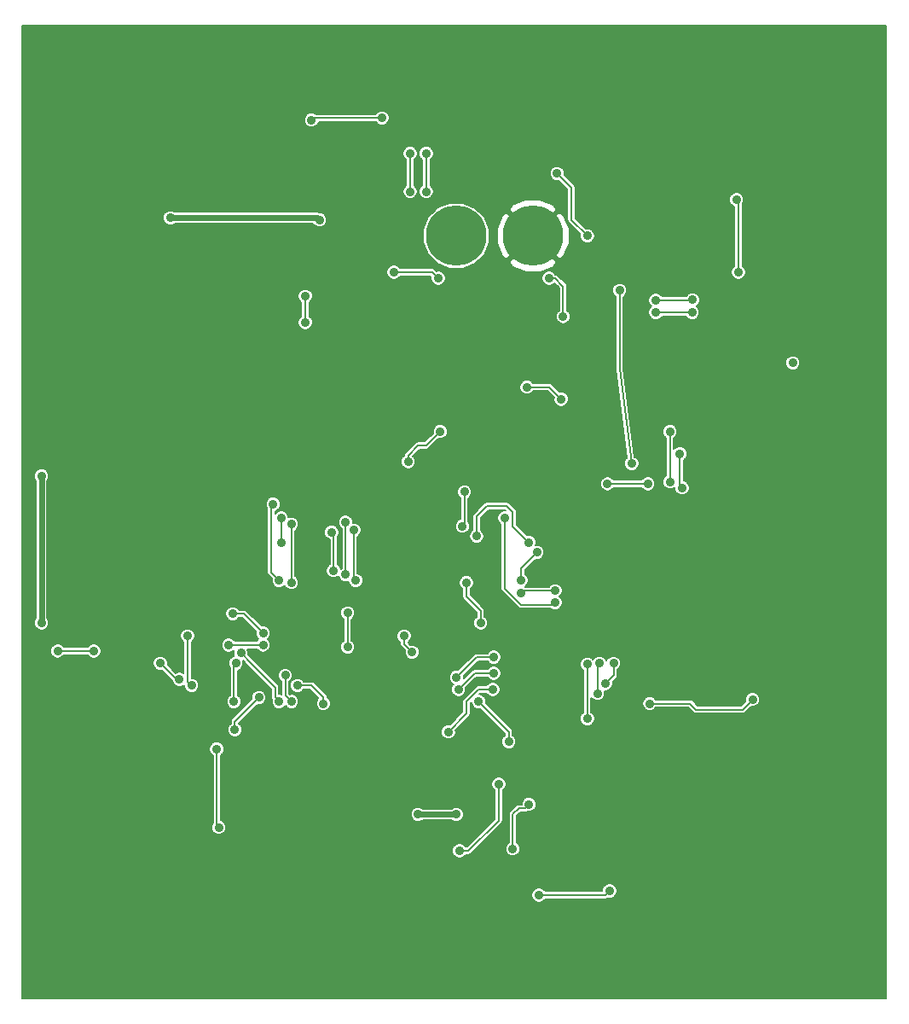
<source format=gbl>
G04 #@! TF.FileFunction,Copper,L2,Bot,Signal*
%FSLAX46Y46*%
G04 Gerber Fmt 4.6, Leading zero omitted, Abs format (unit mm)*
G04 Created by KiCad (PCBNEW (2015-01-16 BZR 5376)-product) date 2/14/2015 12:18:56 PM*
%MOMM*%
G01*
G04 APERTURE LIST*
%ADD10C,0.100000*%
%ADD11C,5.999480*%
%ADD12C,0.889000*%
%ADD13C,0.558800*%
%ADD14C,0.203200*%
%ADD15C,0.177800*%
G04 APERTURE END LIST*
D10*
D11*
X215010000Y-74000000D03*
X207390000Y-74000000D03*
D12*
X240800000Y-86600000D03*
X232300000Y-112900000D03*
X209250000Y-59950000D03*
X183000000Y-89450000D03*
X170800000Y-109800000D03*
X238800000Y-79000000D03*
X247200000Y-103600000D03*
X234200000Y-107600000D03*
X225400000Y-135000000D03*
X187900000Y-135600000D03*
X231400000Y-67400000D03*
X193400000Y-98000000D03*
X193200000Y-100400000D03*
X203600000Y-102800000D03*
X217800000Y-105000000D03*
X211200000Y-98000000D03*
X199600000Y-94400000D03*
X204200000Y-120600000D03*
X215000000Y-120200000D03*
X211400000Y-113800000D03*
X216600000Y-84600000D03*
X188200000Y-111400000D03*
X217200000Y-115400000D03*
X211200000Y-111600000D03*
X173200000Y-103200000D03*
X170400000Y-101000000D03*
X197800000Y-110200000D03*
X221200000Y-141000000D03*
X211600000Y-144800000D03*
X194000000Y-60200000D03*
X215400000Y-96400000D03*
X222400000Y-98600000D03*
X226400000Y-98600000D03*
X208000000Y-102800000D03*
X208200000Y-99400000D03*
X208400000Y-108400000D03*
X209800000Y-112400000D03*
X191000000Y-120200000D03*
X190400000Y-117600000D03*
X179900000Y-118000000D03*
X178000000Y-116400000D03*
X193800000Y-72400000D03*
X179000000Y-72200000D03*
X166200000Y-97800000D03*
X166200000Y-112400000D03*
X207400000Y-131400000D03*
X203600000Y-131400000D03*
X193000000Y-62500000D03*
X200000000Y-62300000D03*
X202800000Y-69600000D03*
X202800000Y-65800000D03*
X189200000Y-100600000D03*
X189800000Y-108200000D03*
X192400000Y-80000000D03*
X192400000Y-82600000D03*
X235200000Y-70400000D03*
X235400000Y-77600000D03*
X227200000Y-80400000D03*
X191000000Y-102600000D03*
X191000000Y-108400000D03*
X230850000Y-80350000D03*
X222600000Y-139000000D03*
X215600000Y-139400000D03*
X213000000Y-134800000D03*
X212600000Y-124200000D03*
X209600000Y-120200000D03*
X202200000Y-113700000D03*
X203000000Y-115300000D03*
X214600000Y-130400000D03*
X183800000Y-132700000D03*
X183600000Y-124900000D03*
X185400000Y-123000000D03*
X187800000Y-119800000D03*
X217200000Y-110400000D03*
X212200000Y-102000000D03*
X167800000Y-115200000D03*
X171400000Y-115200000D03*
X195000000Y-103400000D03*
X195200000Y-107200000D03*
X230800000Y-81600000D03*
X227200000Y-81600000D03*
X228600000Y-93400000D03*
X228600000Y-98400000D03*
X196400000Y-107600000D03*
X196400000Y-102400000D03*
X196600000Y-111400000D03*
X196600000Y-114800000D03*
X213800000Y-109400000D03*
X217200000Y-109200000D03*
X213800000Y-108200000D03*
X215400000Y-105400000D03*
X221600000Y-116400000D03*
X221400000Y-119400000D03*
X201200000Y-77600000D03*
X205600000Y-78200000D03*
X216600000Y-78200000D03*
X218000000Y-82000000D03*
X211100000Y-115800000D03*
X207400000Y-117800000D03*
X223600000Y-79400000D03*
X222200000Y-118400000D03*
X223000000Y-116400000D03*
X224800000Y-96600000D03*
X217400000Y-67800000D03*
X220400000Y-74000000D03*
X211100000Y-117400000D03*
X207600000Y-119000000D03*
X211000000Y-119000000D03*
X206600000Y-123200000D03*
X180700000Y-113700000D03*
X194200000Y-120400000D03*
X191600000Y-118600000D03*
X181100000Y-118600000D03*
X220400000Y-121900000D03*
X220400000Y-116500000D03*
X211600000Y-128400000D03*
X207700000Y-135000000D03*
X197400000Y-108200000D03*
X197200000Y-103200000D03*
X229800000Y-99000000D03*
X229600000Y-95600000D03*
X214600000Y-104400000D03*
X209400000Y-103800000D03*
X184800000Y-114600000D03*
X188200000Y-114600000D03*
X185200000Y-111500000D03*
X188200000Y-113400000D03*
X202600000Y-96400000D03*
X205800000Y-93400000D03*
X214400000Y-89000000D03*
X217800000Y-90200000D03*
X204400000Y-65800000D03*
X204400000Y-69600000D03*
X190000000Y-102000000D03*
X190000000Y-104400000D03*
X226600000Y-120400000D03*
X236800000Y-120000000D03*
X189800000Y-120200000D03*
X186000000Y-115400000D03*
X185500000Y-116400000D03*
X185300000Y-120200000D03*
D13*
X187900000Y-135600000D02*
X187800000Y-135600000D01*
D14*
X225800000Y-98600000D02*
X222400000Y-98600000D01*
X226400000Y-98600000D02*
X225800000Y-98600000D01*
X208000000Y-102800000D02*
X208200000Y-102600000D01*
X208200000Y-102600000D02*
X208200000Y-99400000D01*
X208400000Y-108400000D02*
X208400000Y-109800000D01*
X208400000Y-109800000D02*
X209200000Y-110600000D01*
X209800000Y-111200000D02*
X209200000Y-110600000D01*
X209800000Y-112400000D02*
X209800000Y-111200000D01*
X191000000Y-120200000D02*
X190400000Y-119600000D01*
X190400000Y-119600000D02*
X190400000Y-117600000D01*
X179600000Y-118000000D02*
X179900000Y-118000000D01*
X178000000Y-116400000D02*
X179600000Y-118000000D01*
D13*
X193800000Y-72400000D02*
X193600000Y-72200000D01*
X193600000Y-72200000D02*
X179000000Y-72200000D01*
X166200000Y-97800000D02*
X166200000Y-112400000D01*
X203600000Y-131400000D02*
X207400000Y-131400000D01*
D14*
X193000000Y-62500000D02*
X193200000Y-62300000D01*
X193200000Y-62300000D02*
X200000000Y-62300000D01*
X202800000Y-69600000D02*
X202800000Y-65800000D01*
X189000000Y-100800000D02*
X189200000Y-100600000D01*
X189000000Y-107400000D02*
X189800000Y-108200000D01*
X189000000Y-103600000D02*
X189000000Y-101200000D01*
X189000000Y-103600000D02*
X189000000Y-107400000D01*
X189000000Y-101200000D02*
X189000000Y-100800000D01*
X192400000Y-82600000D02*
X192400000Y-80000000D01*
X235200000Y-70400000D02*
X235400000Y-70600000D01*
X235400000Y-70600000D02*
X235400000Y-77600000D01*
X230850000Y-80350000D02*
X230800000Y-80400000D01*
X230800000Y-80400000D02*
X227200000Y-80400000D01*
X191000000Y-102600000D02*
X191000000Y-108400000D01*
X222600000Y-139000000D02*
X222200000Y-139400000D01*
X222200000Y-139400000D02*
X215600000Y-139400000D01*
X214600000Y-130400000D02*
X214200000Y-130800000D01*
X214200000Y-130800000D02*
X213600000Y-130800000D01*
X213600000Y-130800000D02*
X213000000Y-131400000D01*
X213000000Y-131400000D02*
X213000000Y-134800000D01*
X202200000Y-113700000D02*
X202200000Y-114500000D01*
X212600000Y-123200000D02*
X212600000Y-124200000D01*
X209600000Y-120200000D02*
X212600000Y-123200000D01*
X202200000Y-114500000D02*
X203000000Y-115300000D01*
X183800000Y-132700000D02*
X183600000Y-132500000D01*
X183600000Y-132500000D02*
X183600000Y-124900000D01*
X185400000Y-122200000D02*
X185400000Y-123000000D01*
X187800000Y-119800000D02*
X185400000Y-122200000D01*
X217200000Y-110400000D02*
X217000000Y-110600000D01*
X217000000Y-110600000D02*
X213800000Y-110600000D01*
X213800000Y-110600000D02*
X212200000Y-109000000D01*
X212200000Y-109000000D02*
X212200000Y-102000000D01*
X167800000Y-115200000D02*
X171400000Y-115200000D01*
X195000000Y-103400000D02*
X195200000Y-103600000D01*
X195200000Y-103600000D02*
X195200000Y-107200000D01*
X230800000Y-81600000D02*
X227200000Y-81600000D01*
X228600000Y-98400000D02*
X228600000Y-93400000D01*
X196400000Y-107400000D02*
X196400000Y-107600000D01*
X196400000Y-102400000D02*
X196400000Y-107400000D01*
X196600000Y-111400000D02*
X196600000Y-114800000D01*
X213800000Y-109400000D02*
X214000000Y-109200000D01*
X214000000Y-109200000D02*
X217200000Y-109200000D01*
X213800000Y-107000000D02*
X213800000Y-108200000D01*
X215400000Y-105400000D02*
X213800000Y-107000000D01*
X221400000Y-116600000D02*
X221600000Y-116400000D01*
X221400000Y-119400000D02*
X221400000Y-116600000D01*
X205000000Y-77600000D02*
X201200000Y-77600000D01*
X205600000Y-78200000D02*
X205000000Y-77600000D01*
X217200000Y-78200000D02*
X216600000Y-78200000D01*
X218000000Y-79000000D02*
X217200000Y-78200000D01*
X218000000Y-82000000D02*
X218000000Y-79000000D01*
X211100000Y-115800000D02*
X209400000Y-115800000D01*
X209400000Y-115800000D02*
X207400000Y-117800000D01*
X223600000Y-79400000D02*
X223600000Y-80800000D01*
X222200000Y-118400000D02*
X223000000Y-117600000D01*
X223000000Y-117600000D02*
X223000000Y-116400000D01*
X224800000Y-96600000D02*
X223600000Y-87200000D01*
X223600000Y-87200000D02*
X223600000Y-80800000D01*
X217400000Y-67800000D02*
X218800000Y-69200000D01*
X218800000Y-69200000D02*
X218800000Y-72400000D01*
X218800000Y-72400000D02*
X220400000Y-74000000D01*
X211100000Y-117400000D02*
X209200000Y-117400000D01*
X209200000Y-117400000D02*
X207600000Y-119000000D01*
X211000000Y-119000000D02*
X209600000Y-119000000D01*
X208400000Y-121400000D02*
X206600000Y-123200000D01*
X208400000Y-120200000D02*
X208400000Y-121400000D01*
X209600000Y-119000000D02*
X208400000Y-120200000D01*
X181100000Y-118600000D02*
X180700000Y-118200000D01*
X180700000Y-118200000D02*
X180700000Y-113700000D01*
X194200000Y-120400000D02*
X194200000Y-119800000D01*
X193000000Y-118600000D02*
X191600000Y-118600000D01*
X194200000Y-119800000D02*
X193000000Y-118600000D01*
X220400000Y-121900000D02*
X220400000Y-116500000D01*
X208600000Y-135000000D02*
X211600000Y-132000000D01*
X211600000Y-132000000D02*
X211600000Y-128400000D01*
X207700000Y-135000000D02*
X208600000Y-135000000D01*
X197400000Y-108200000D02*
X197200000Y-108000000D01*
X197200000Y-108000000D02*
X197200000Y-103200000D01*
X229800000Y-99000000D02*
X229600000Y-98800000D01*
X229600000Y-98800000D02*
X229600000Y-95600000D01*
X214600000Y-104400000D02*
X213000000Y-102800000D01*
X213000000Y-102800000D02*
X213000000Y-101400000D01*
X213000000Y-101400000D02*
X212400000Y-100800000D01*
X212400000Y-100800000D02*
X210400000Y-100800000D01*
X210400000Y-100800000D02*
X209400000Y-101800000D01*
X209400000Y-101800000D02*
X209400000Y-103800000D01*
X188200000Y-114600000D02*
X184800000Y-114600000D01*
X186300000Y-111500000D02*
X185200000Y-111500000D01*
X188200000Y-113400000D02*
X186300000Y-111500000D01*
X202600000Y-95800000D02*
X202600000Y-96400000D01*
X203600000Y-94800000D02*
X202600000Y-95800000D01*
X204400000Y-94800000D02*
X203600000Y-94800000D01*
X205800000Y-93400000D02*
X204400000Y-94800000D01*
X216600000Y-89000000D02*
X214400000Y-89000000D01*
X217800000Y-90200000D02*
X216600000Y-89000000D01*
X204400000Y-65800000D02*
X204400000Y-69600000D01*
X190000000Y-104400000D02*
X190000000Y-102000000D01*
X189400000Y-118800000D02*
X187000000Y-116400000D01*
X189800000Y-120200000D02*
X189400000Y-119800000D01*
X230600000Y-120400000D02*
X226600000Y-120400000D01*
X231200000Y-121000000D02*
X230600000Y-120400000D01*
X235800000Y-121000000D02*
X231200000Y-121000000D01*
X236800000Y-120000000D02*
X235800000Y-121000000D01*
X187000000Y-116400000D02*
X186000000Y-115400000D01*
X189400000Y-119800000D02*
X189400000Y-118800000D01*
X185500000Y-116400000D02*
X185300000Y-116600000D01*
X185300000Y-116600000D02*
X185300000Y-120200000D01*
D15*
G36*
X250083300Y-149683300D02*
X241536728Y-149683300D01*
X241536728Y-86454124D01*
X241424823Y-86183295D01*
X241217795Y-85975905D01*
X240947162Y-85863528D01*
X240654124Y-85863272D01*
X240383295Y-85975177D01*
X240175905Y-86182205D01*
X240063528Y-86452838D01*
X240063272Y-86745876D01*
X240175177Y-87016705D01*
X240382205Y-87224095D01*
X240652838Y-87336472D01*
X240945876Y-87336728D01*
X241216705Y-87224823D01*
X241424095Y-87017795D01*
X241536472Y-86747162D01*
X241536728Y-86454124D01*
X241536728Y-149683300D01*
X237536728Y-149683300D01*
X237536728Y-119854124D01*
X237424823Y-119583295D01*
X237217795Y-119375905D01*
X236947162Y-119263528D01*
X236654124Y-119263272D01*
X236383295Y-119375177D01*
X236175905Y-119582205D01*
X236136728Y-119676553D01*
X236136728Y-77454124D01*
X236024823Y-77183295D01*
X235817795Y-76975905D01*
X235793700Y-76965899D01*
X235793700Y-70848136D01*
X235824095Y-70817795D01*
X235936472Y-70547162D01*
X235936728Y-70254124D01*
X235824823Y-69983295D01*
X235617795Y-69775905D01*
X235347162Y-69663528D01*
X235054124Y-69663272D01*
X234783295Y-69775177D01*
X234575905Y-69982205D01*
X234463528Y-70252838D01*
X234463272Y-70545876D01*
X234575177Y-70816705D01*
X234782205Y-71024095D01*
X235006300Y-71117147D01*
X235006300Y-76965671D01*
X234983295Y-76975177D01*
X234775905Y-77182205D01*
X234663528Y-77452838D01*
X234663272Y-77745876D01*
X234775177Y-78016705D01*
X234982205Y-78224095D01*
X235252838Y-78336472D01*
X235545876Y-78336728D01*
X235816705Y-78224823D01*
X236024095Y-78017795D01*
X236136472Y-77747162D01*
X236136728Y-77454124D01*
X236136728Y-119676553D01*
X236063528Y-119852838D01*
X236063272Y-120145876D01*
X236073235Y-120169988D01*
X235636924Y-120606300D01*
X231586728Y-120606300D01*
X231586728Y-80204124D01*
X231474823Y-79933295D01*
X231267795Y-79725905D01*
X230997162Y-79613528D01*
X230704124Y-79613272D01*
X230433295Y-79725177D01*
X230225905Y-79932205D01*
X230195137Y-80006300D01*
X227834328Y-80006300D01*
X227824823Y-79983295D01*
X227617795Y-79775905D01*
X227347162Y-79663528D01*
X227054124Y-79663272D01*
X226783295Y-79775177D01*
X226575905Y-79982205D01*
X226463528Y-80252838D01*
X226463272Y-80545876D01*
X226575177Y-80816705D01*
X226758290Y-81000138D01*
X226575905Y-81182205D01*
X226463528Y-81452838D01*
X226463272Y-81745876D01*
X226575177Y-82016705D01*
X226782205Y-82224095D01*
X227052838Y-82336472D01*
X227345876Y-82336728D01*
X227616705Y-82224823D01*
X227824095Y-82017795D01*
X227834100Y-81993700D01*
X230165671Y-81993700D01*
X230175177Y-82016705D01*
X230382205Y-82224095D01*
X230652838Y-82336472D01*
X230945876Y-82336728D01*
X231216705Y-82224823D01*
X231424095Y-82017795D01*
X231536472Y-81747162D01*
X231536728Y-81454124D01*
X231424823Y-81183295D01*
X231231313Y-80989446D01*
X231266705Y-80974823D01*
X231474095Y-80767795D01*
X231586472Y-80497162D01*
X231586728Y-80204124D01*
X231586728Y-120606300D01*
X231363076Y-120606300D01*
X230878388Y-120121612D01*
X230750663Y-120036269D01*
X230600000Y-120006300D01*
X230536728Y-120006300D01*
X230536728Y-98854124D01*
X230424823Y-98583295D01*
X230217795Y-98375905D01*
X229993700Y-98282852D01*
X229993700Y-96234328D01*
X230016705Y-96224823D01*
X230224095Y-96017795D01*
X230336472Y-95747162D01*
X230336728Y-95454124D01*
X230224823Y-95183295D01*
X230017795Y-94975905D01*
X229747162Y-94863528D01*
X229454124Y-94863272D01*
X229183295Y-94975177D01*
X228993700Y-95164441D01*
X228993700Y-94034328D01*
X229016705Y-94024823D01*
X229224095Y-93817795D01*
X229336472Y-93547162D01*
X229336728Y-93254124D01*
X229224823Y-92983295D01*
X229017795Y-92775905D01*
X228747162Y-92663528D01*
X228454124Y-92663272D01*
X228183295Y-92775177D01*
X227975905Y-92982205D01*
X227863528Y-93252838D01*
X227863272Y-93545876D01*
X227975177Y-93816705D01*
X228182205Y-94024095D01*
X228206300Y-94034100D01*
X228206300Y-97765671D01*
X228183295Y-97775177D01*
X227975905Y-97982205D01*
X227863528Y-98252838D01*
X227863272Y-98545876D01*
X227975177Y-98816705D01*
X228182205Y-99024095D01*
X228452838Y-99136472D01*
X228745876Y-99136728D01*
X229016705Y-99024823D01*
X229063418Y-98978191D01*
X229063272Y-99145876D01*
X229175177Y-99416705D01*
X229382205Y-99624095D01*
X229652838Y-99736472D01*
X229945876Y-99736728D01*
X230216705Y-99624823D01*
X230424095Y-99417795D01*
X230536472Y-99147162D01*
X230536728Y-98854124D01*
X230536728Y-120006300D01*
X227234328Y-120006300D01*
X227224823Y-119983295D01*
X227136728Y-119895045D01*
X227136728Y-98454124D01*
X227024823Y-98183295D01*
X226817795Y-97975905D01*
X226547162Y-97863528D01*
X226254124Y-97863272D01*
X225983295Y-97975177D01*
X225775905Y-98182205D01*
X225765899Y-98206300D01*
X225536728Y-98206300D01*
X225536728Y-96454124D01*
X225424823Y-96183295D01*
X225217795Y-95975905D01*
X225111594Y-95931806D01*
X223993700Y-87174968D01*
X223993700Y-80800000D01*
X223993700Y-80034328D01*
X224016705Y-80024823D01*
X224224095Y-79817795D01*
X224336472Y-79547162D01*
X224336728Y-79254124D01*
X224224823Y-78983295D01*
X224017795Y-78775905D01*
X223747162Y-78663528D01*
X223454124Y-78663272D01*
X223183295Y-78775177D01*
X222975905Y-78982205D01*
X222863528Y-79252838D01*
X222863272Y-79545876D01*
X222975177Y-79816705D01*
X223182205Y-80024095D01*
X223206300Y-80034100D01*
X223206300Y-80800000D01*
X223206300Y-87200000D01*
X223211216Y-87224714D01*
X223209469Y-87249855D01*
X224330116Y-96028262D01*
X224175905Y-96182205D01*
X224063528Y-96452838D01*
X224063272Y-96745876D01*
X224175177Y-97016705D01*
X224382205Y-97224095D01*
X224652838Y-97336472D01*
X224945876Y-97336728D01*
X225216705Y-97224823D01*
X225424095Y-97017795D01*
X225536472Y-96747162D01*
X225536728Y-96454124D01*
X225536728Y-98206300D01*
X223034328Y-98206300D01*
X223024823Y-98183295D01*
X222817795Y-97975905D01*
X222547162Y-97863528D01*
X222254124Y-97863272D01*
X221983295Y-97975177D01*
X221775905Y-98182205D01*
X221663528Y-98452838D01*
X221663272Y-98745876D01*
X221775177Y-99016705D01*
X221982205Y-99224095D01*
X222252838Y-99336472D01*
X222545876Y-99336728D01*
X222816705Y-99224823D01*
X223024095Y-99017795D01*
X223034100Y-98993700D01*
X225765671Y-98993700D01*
X225775177Y-99016705D01*
X225982205Y-99224095D01*
X226252838Y-99336472D01*
X226545876Y-99336728D01*
X226816705Y-99224823D01*
X227024095Y-99017795D01*
X227136472Y-98747162D01*
X227136728Y-98454124D01*
X227136728Y-119895045D01*
X227017795Y-119775905D01*
X226747162Y-119663528D01*
X226454124Y-119663272D01*
X226183295Y-119775177D01*
X225975905Y-119982205D01*
X225863528Y-120252838D01*
X225863272Y-120545876D01*
X225975177Y-120816705D01*
X226182205Y-121024095D01*
X226452838Y-121136472D01*
X226745876Y-121136728D01*
X227016705Y-121024823D01*
X227224095Y-120817795D01*
X227234100Y-120793700D01*
X230436924Y-120793700D01*
X230921612Y-121278388D01*
X231049337Y-121363731D01*
X231049338Y-121363731D01*
X231200000Y-121393700D01*
X235800000Y-121393700D01*
X235950662Y-121363731D01*
X235950663Y-121363731D01*
X236078388Y-121278388D01*
X236629849Y-120726926D01*
X236652838Y-120736472D01*
X236945876Y-120736728D01*
X237216705Y-120624823D01*
X237424095Y-120417795D01*
X237536472Y-120147162D01*
X237536728Y-119854124D01*
X237536728Y-149683300D01*
X223736728Y-149683300D01*
X223736728Y-116254124D01*
X223624823Y-115983295D01*
X223417795Y-115775905D01*
X223147162Y-115663528D01*
X222854124Y-115663272D01*
X222583295Y-115775177D01*
X222375905Y-115982205D01*
X222299951Y-116165119D01*
X222224823Y-115983295D01*
X222017795Y-115775905D01*
X221747162Y-115663528D01*
X221454124Y-115663272D01*
X221183295Y-115775177D01*
X221136728Y-115821662D01*
X221136728Y-73854124D01*
X221024823Y-73583295D01*
X220817795Y-73375905D01*
X220547162Y-73263528D01*
X220254124Y-73263272D01*
X220230011Y-73273235D01*
X219193700Y-72236924D01*
X219193700Y-69200000D01*
X219163731Y-69049338D01*
X219163731Y-69049337D01*
X219078388Y-68921612D01*
X218126926Y-67970150D01*
X218136472Y-67947162D01*
X218136728Y-67654124D01*
X218024823Y-67383295D01*
X217817795Y-67175905D01*
X217547162Y-67063528D01*
X217254124Y-67063272D01*
X216983295Y-67175177D01*
X216775905Y-67382205D01*
X216663528Y-67652838D01*
X216663272Y-67945876D01*
X216775177Y-68216705D01*
X216982205Y-68424095D01*
X217252838Y-68536472D01*
X217545876Y-68536728D01*
X217569988Y-68526764D01*
X218406300Y-69363076D01*
X218406300Y-72400000D01*
X218436269Y-72550663D01*
X218521612Y-72678388D01*
X219673073Y-73829849D01*
X219663528Y-73852838D01*
X219663272Y-74145876D01*
X219775177Y-74416705D01*
X219982205Y-74624095D01*
X220252838Y-74736472D01*
X220545876Y-74736728D01*
X220816705Y-74624823D01*
X221024095Y-74417795D01*
X221136472Y-74147162D01*
X221136728Y-73854124D01*
X221136728Y-115821662D01*
X220975905Y-115982205D01*
X220960630Y-116018990D01*
X220817795Y-115875905D01*
X220547162Y-115763528D01*
X220254124Y-115763272D01*
X219983295Y-115875177D01*
X219775905Y-116082205D01*
X219663528Y-116352838D01*
X219663272Y-116645876D01*
X219775177Y-116916705D01*
X219982205Y-117124095D01*
X220006300Y-117134100D01*
X220006300Y-121265671D01*
X219983295Y-121275177D01*
X219775905Y-121482205D01*
X219663528Y-121752838D01*
X219663272Y-122045876D01*
X219775177Y-122316705D01*
X219982205Y-122524095D01*
X220252838Y-122636472D01*
X220545876Y-122636728D01*
X220816705Y-122524823D01*
X221024095Y-122317795D01*
X221136472Y-122047162D01*
X221136728Y-121754124D01*
X221024823Y-121483295D01*
X220817795Y-121275905D01*
X220793700Y-121265899D01*
X220793700Y-119835260D01*
X220982205Y-120024095D01*
X221252838Y-120136472D01*
X221545876Y-120136728D01*
X221816705Y-120024823D01*
X222024095Y-119817795D01*
X222136472Y-119547162D01*
X222136728Y-119254124D01*
X222088127Y-119136502D01*
X222345876Y-119136728D01*
X222616705Y-119024823D01*
X222824095Y-118817795D01*
X222936472Y-118547162D01*
X222936728Y-118254124D01*
X222926764Y-118230011D01*
X223278388Y-117878388D01*
X223363731Y-117750662D01*
X223393700Y-117600000D01*
X223393700Y-117034328D01*
X223416705Y-117024823D01*
X223624095Y-116817795D01*
X223736472Y-116547162D01*
X223736728Y-116254124D01*
X223736728Y-149683300D01*
X223336728Y-149683300D01*
X223336728Y-138854124D01*
X223224823Y-138583295D01*
X223017795Y-138375905D01*
X222747162Y-138263528D01*
X222454124Y-138263272D01*
X222183295Y-138375177D01*
X221975905Y-138582205D01*
X221863528Y-138852838D01*
X221863393Y-139006300D01*
X218736728Y-139006300D01*
X218736728Y-81854124D01*
X218624823Y-81583295D01*
X218610706Y-81569153D01*
X218610706Y-74694661D01*
X218602454Y-73263853D01*
X218070783Y-71980286D01*
X217611517Y-71631969D01*
X217378031Y-71865455D01*
X217378031Y-71398483D01*
X217029714Y-70939217D01*
X215704661Y-70399294D01*
X214273853Y-70407546D01*
X212990286Y-70939217D01*
X212641969Y-71398483D01*
X215010000Y-73766513D01*
X217378031Y-71398483D01*
X217378031Y-71865455D01*
X215243487Y-74000000D01*
X217611517Y-76368031D01*
X218070783Y-76019714D01*
X218610706Y-74694661D01*
X218610706Y-81569153D01*
X218417795Y-81375905D01*
X218393700Y-81365899D01*
X218393700Y-79000000D01*
X218363731Y-78849338D01*
X218278388Y-78721612D01*
X217478388Y-77921612D01*
X217378031Y-77854555D01*
X217378031Y-76601517D01*
X215010000Y-74233487D01*
X214776513Y-74466973D01*
X214776513Y-74000000D01*
X212408483Y-71631969D01*
X211949217Y-71980286D01*
X211409294Y-73305339D01*
X211417546Y-74736147D01*
X211949217Y-76019714D01*
X212408483Y-76368031D01*
X214776513Y-74000000D01*
X214776513Y-74466973D01*
X212641969Y-76601517D01*
X212990286Y-77060783D01*
X214315339Y-77600706D01*
X215746147Y-77592454D01*
X217029714Y-77060783D01*
X217378031Y-76601517D01*
X217378031Y-77854555D01*
X217350663Y-77836269D01*
X217237402Y-77813739D01*
X217224823Y-77783295D01*
X217017795Y-77575905D01*
X216747162Y-77463528D01*
X216454124Y-77463272D01*
X216183295Y-77575177D01*
X215975905Y-77782205D01*
X215863528Y-78052838D01*
X215863272Y-78345876D01*
X215975177Y-78616705D01*
X216182205Y-78824095D01*
X216452838Y-78936472D01*
X216745876Y-78936728D01*
X217016705Y-78824823D01*
X217142485Y-78699261D01*
X217606300Y-79163076D01*
X217606300Y-81365671D01*
X217583295Y-81375177D01*
X217375905Y-81582205D01*
X217263528Y-81852838D01*
X217263272Y-82145876D01*
X217375177Y-82416705D01*
X217582205Y-82624095D01*
X217852838Y-82736472D01*
X218145876Y-82736728D01*
X218416705Y-82624823D01*
X218624095Y-82417795D01*
X218736472Y-82147162D01*
X218736728Y-81854124D01*
X218736728Y-139006300D01*
X218536728Y-139006300D01*
X218536728Y-90054124D01*
X218424823Y-89783295D01*
X218217795Y-89575905D01*
X217947162Y-89463528D01*
X217654124Y-89463272D01*
X217630011Y-89473235D01*
X216878388Y-88721612D01*
X216750663Y-88636269D01*
X216600000Y-88606300D01*
X215034328Y-88606300D01*
X215024823Y-88583295D01*
X214817795Y-88375905D01*
X214547162Y-88263528D01*
X214254124Y-88263272D01*
X213983295Y-88375177D01*
X213775905Y-88582205D01*
X213663528Y-88852838D01*
X213663272Y-89145876D01*
X213775177Y-89416705D01*
X213982205Y-89624095D01*
X214252838Y-89736472D01*
X214545876Y-89736728D01*
X214816705Y-89624823D01*
X215024095Y-89417795D01*
X215034100Y-89393700D01*
X216436924Y-89393700D01*
X217073073Y-90029849D01*
X217063528Y-90052838D01*
X217063272Y-90345876D01*
X217175177Y-90616705D01*
X217382205Y-90824095D01*
X217652838Y-90936472D01*
X217945876Y-90936728D01*
X218216705Y-90824823D01*
X218424095Y-90617795D01*
X218536472Y-90347162D01*
X218536728Y-90054124D01*
X218536728Y-139006300D01*
X217936728Y-139006300D01*
X217936728Y-110254124D01*
X217824823Y-109983295D01*
X217641709Y-109799861D01*
X217824095Y-109617795D01*
X217936472Y-109347162D01*
X217936728Y-109054124D01*
X217824823Y-108783295D01*
X217617795Y-108575905D01*
X217347162Y-108463528D01*
X217054124Y-108463272D01*
X216783295Y-108575177D01*
X216575905Y-108782205D01*
X216565899Y-108806300D01*
X214248136Y-108806300D01*
X214241709Y-108799861D01*
X214424095Y-108617795D01*
X214536472Y-108347162D01*
X214536728Y-108054124D01*
X214424823Y-107783295D01*
X214217795Y-107575905D01*
X214193700Y-107565899D01*
X214193700Y-107163076D01*
X215229849Y-106126926D01*
X215252838Y-106136472D01*
X215545876Y-106136728D01*
X215816705Y-106024823D01*
X216024095Y-105817795D01*
X216136472Y-105547162D01*
X216136728Y-105254124D01*
X216024823Y-104983295D01*
X215817795Y-104775905D01*
X215547162Y-104663528D01*
X215288246Y-104663301D01*
X215336472Y-104547162D01*
X215336728Y-104254124D01*
X215224823Y-103983295D01*
X215017795Y-103775905D01*
X214747162Y-103663528D01*
X214454124Y-103663272D01*
X214430011Y-103673235D01*
X213393700Y-102636924D01*
X213393700Y-101400000D01*
X213363731Y-101249338D01*
X213363731Y-101249337D01*
X213278388Y-101121612D01*
X212678388Y-100521612D01*
X212550663Y-100436269D01*
X212400000Y-100406300D01*
X210682410Y-100406300D01*
X210682410Y-73348085D01*
X210182313Y-72137758D01*
X209257112Y-71210941D01*
X208047660Y-70708733D01*
X206738085Y-70707590D01*
X205527758Y-71207687D01*
X205136728Y-71598035D01*
X205136728Y-69454124D01*
X205024823Y-69183295D01*
X204817795Y-68975905D01*
X204793700Y-68965899D01*
X204793700Y-66434328D01*
X204816705Y-66424823D01*
X205024095Y-66217795D01*
X205136472Y-65947162D01*
X205136728Y-65654124D01*
X205024823Y-65383295D01*
X204817795Y-65175905D01*
X204547162Y-65063528D01*
X204254124Y-65063272D01*
X203983295Y-65175177D01*
X203775905Y-65382205D01*
X203663528Y-65652838D01*
X203663272Y-65945876D01*
X203775177Y-66216705D01*
X203982205Y-66424095D01*
X204006300Y-66434100D01*
X204006300Y-68965671D01*
X203983295Y-68975177D01*
X203775905Y-69182205D01*
X203663528Y-69452838D01*
X203663272Y-69745876D01*
X203775177Y-70016705D01*
X203982205Y-70224095D01*
X204252838Y-70336472D01*
X204545876Y-70336728D01*
X204816705Y-70224823D01*
X205024095Y-70017795D01*
X205136472Y-69747162D01*
X205136728Y-69454124D01*
X205136728Y-71598035D01*
X204600941Y-72132888D01*
X204098733Y-73342340D01*
X204097590Y-74651915D01*
X204597687Y-75862242D01*
X205522888Y-76789059D01*
X206732340Y-77291267D01*
X208041915Y-77292410D01*
X209252242Y-76792313D01*
X210179059Y-75867112D01*
X210681267Y-74657660D01*
X210682410Y-73348085D01*
X210682410Y-100406300D01*
X210400000Y-100406300D01*
X210249338Y-100436269D01*
X210121612Y-100521612D01*
X209121612Y-101521612D01*
X209036269Y-101649337D01*
X209006300Y-101800000D01*
X209006300Y-103165671D01*
X208983295Y-103175177D01*
X208936728Y-103221662D01*
X208936728Y-99254124D01*
X208824823Y-98983295D01*
X208617795Y-98775905D01*
X208347162Y-98663528D01*
X208054124Y-98663272D01*
X207783295Y-98775177D01*
X207575905Y-98982205D01*
X207463528Y-99252838D01*
X207463272Y-99545876D01*
X207575177Y-99816705D01*
X207782205Y-100024095D01*
X207806300Y-100034100D01*
X207806300Y-102083032D01*
X207583295Y-102175177D01*
X207375905Y-102382205D01*
X207263528Y-102652838D01*
X207263272Y-102945876D01*
X207375177Y-103216705D01*
X207582205Y-103424095D01*
X207852838Y-103536472D01*
X208145876Y-103536728D01*
X208416705Y-103424823D01*
X208624095Y-103217795D01*
X208736472Y-102947162D01*
X208736728Y-102654124D01*
X208624823Y-102383295D01*
X208593700Y-102352117D01*
X208593700Y-100034328D01*
X208616705Y-100024823D01*
X208824095Y-99817795D01*
X208936472Y-99547162D01*
X208936728Y-99254124D01*
X208936728Y-103221662D01*
X208775905Y-103382205D01*
X208663528Y-103652838D01*
X208663272Y-103945876D01*
X208775177Y-104216705D01*
X208982205Y-104424095D01*
X209252838Y-104536472D01*
X209545876Y-104536728D01*
X209816705Y-104424823D01*
X210024095Y-104217795D01*
X210136472Y-103947162D01*
X210136728Y-103654124D01*
X210024823Y-103383295D01*
X209817795Y-103175905D01*
X209793700Y-103165899D01*
X209793700Y-101963076D01*
X210563076Y-101193700D01*
X212236924Y-101193700D01*
X212306716Y-101263492D01*
X212054124Y-101263272D01*
X211783295Y-101375177D01*
X211575905Y-101582205D01*
X211463528Y-101852838D01*
X211463272Y-102145876D01*
X211575177Y-102416705D01*
X211782205Y-102624095D01*
X211806300Y-102634100D01*
X211806300Y-109000000D01*
X211836269Y-109150663D01*
X211921612Y-109278388D01*
X213521612Y-110878388D01*
X213649338Y-110963731D01*
X213800000Y-110993700D01*
X216751863Y-110993700D01*
X216782205Y-111024095D01*
X217052838Y-111136472D01*
X217345876Y-111136728D01*
X217616705Y-111024823D01*
X217824095Y-110817795D01*
X217936472Y-110547162D01*
X217936728Y-110254124D01*
X217936728Y-139006300D01*
X216234328Y-139006300D01*
X216224823Y-138983295D01*
X216017795Y-138775905D01*
X215747162Y-138663528D01*
X215454124Y-138663272D01*
X215336728Y-138711779D01*
X215336728Y-130254124D01*
X215224823Y-129983295D01*
X215017795Y-129775905D01*
X214747162Y-129663528D01*
X214454124Y-129663272D01*
X214183295Y-129775177D01*
X213975905Y-129982205D01*
X213863528Y-130252838D01*
X213863393Y-130406300D01*
X213600000Y-130406300D01*
X213449337Y-130436269D01*
X213336728Y-130511511D01*
X213336728Y-124054124D01*
X213224823Y-123783295D01*
X213017795Y-123575905D01*
X212993700Y-123565899D01*
X212993700Y-123200000D01*
X212963731Y-123049338D01*
X212878388Y-122921612D01*
X211836728Y-121879952D01*
X211836728Y-117254124D01*
X211724823Y-116983295D01*
X211517795Y-116775905D01*
X211247162Y-116663528D01*
X210954124Y-116663272D01*
X210683295Y-116775177D01*
X210475905Y-116982205D01*
X210465899Y-117006300D01*
X209200000Y-117006300D01*
X209049338Y-117036269D01*
X208921612Y-117121612D01*
X208136507Y-117906716D01*
X208136728Y-117654124D01*
X208126764Y-117630011D01*
X209563076Y-116193700D01*
X210465671Y-116193700D01*
X210475177Y-116216705D01*
X210682205Y-116424095D01*
X210952838Y-116536472D01*
X211245876Y-116536728D01*
X211516705Y-116424823D01*
X211724095Y-116217795D01*
X211836472Y-115947162D01*
X211836728Y-115654124D01*
X211724823Y-115383295D01*
X211517795Y-115175905D01*
X211247162Y-115063528D01*
X210954124Y-115063272D01*
X210683295Y-115175177D01*
X210536728Y-115321488D01*
X210536728Y-112254124D01*
X210424823Y-111983295D01*
X210217795Y-111775905D01*
X210193700Y-111765899D01*
X210193700Y-111200000D01*
X210163731Y-111049338D01*
X210163731Y-111049337D01*
X210078388Y-110921612D01*
X209478388Y-110321612D01*
X208793700Y-109636924D01*
X208793700Y-109034328D01*
X208816705Y-109024823D01*
X209024095Y-108817795D01*
X209136472Y-108547162D01*
X209136728Y-108254124D01*
X209024823Y-107983295D01*
X208817795Y-107775905D01*
X208547162Y-107663528D01*
X208254124Y-107663272D01*
X207983295Y-107775177D01*
X207775905Y-107982205D01*
X207663528Y-108252838D01*
X207663272Y-108545876D01*
X207775177Y-108816705D01*
X207982205Y-109024095D01*
X208006300Y-109034100D01*
X208006300Y-109800000D01*
X208036269Y-109950663D01*
X208121612Y-110078388D01*
X208921612Y-110878388D01*
X209406300Y-111363076D01*
X209406300Y-111765671D01*
X209383295Y-111775177D01*
X209175905Y-111982205D01*
X209063528Y-112252838D01*
X209063272Y-112545876D01*
X209175177Y-112816705D01*
X209382205Y-113024095D01*
X209652838Y-113136472D01*
X209945876Y-113136728D01*
X210216705Y-113024823D01*
X210424095Y-112817795D01*
X210536472Y-112547162D01*
X210536728Y-112254124D01*
X210536728Y-115321488D01*
X210475905Y-115382205D01*
X210465899Y-115406300D01*
X209400000Y-115406300D01*
X209249337Y-115436269D01*
X209121612Y-115521612D01*
X207570150Y-117073073D01*
X207547162Y-117063528D01*
X207254124Y-117063272D01*
X206983295Y-117175177D01*
X206775905Y-117382205D01*
X206663528Y-117652838D01*
X206663272Y-117945876D01*
X206775177Y-118216705D01*
X206982205Y-118424095D01*
X207089613Y-118468695D01*
X206975905Y-118582205D01*
X206863528Y-118852838D01*
X206863272Y-119145876D01*
X206975177Y-119416705D01*
X207182205Y-119624095D01*
X207452838Y-119736472D01*
X207745876Y-119736728D01*
X208016705Y-119624823D01*
X208224095Y-119417795D01*
X208336472Y-119147162D01*
X208336728Y-118854124D01*
X208326764Y-118830011D01*
X209363076Y-117793700D01*
X210465671Y-117793700D01*
X210475177Y-117816705D01*
X210682205Y-118024095D01*
X210952838Y-118136472D01*
X211245876Y-118136728D01*
X211516705Y-118024823D01*
X211724095Y-117817795D01*
X211836472Y-117547162D01*
X211836728Y-117254124D01*
X211836728Y-121879952D01*
X210326926Y-120370150D01*
X210336472Y-120347162D01*
X210336728Y-120054124D01*
X210224823Y-119783295D01*
X210017795Y-119575905D01*
X209747162Y-119463528D01*
X209693295Y-119463480D01*
X209763076Y-119393700D01*
X210365671Y-119393700D01*
X210375177Y-119416705D01*
X210582205Y-119624095D01*
X210852838Y-119736472D01*
X211145876Y-119736728D01*
X211416705Y-119624823D01*
X211624095Y-119417795D01*
X211736472Y-119147162D01*
X211736728Y-118854124D01*
X211624823Y-118583295D01*
X211417795Y-118375905D01*
X211147162Y-118263528D01*
X210854124Y-118263272D01*
X210583295Y-118375177D01*
X210375905Y-118582205D01*
X210365899Y-118606300D01*
X209600000Y-118606300D01*
X209449337Y-118636269D01*
X209321612Y-118721612D01*
X208121612Y-119921612D01*
X208036269Y-120049337D01*
X208006300Y-120200000D01*
X208006300Y-121236924D01*
X206770150Y-122473073D01*
X206747162Y-122463528D01*
X206536728Y-122463344D01*
X206536728Y-93254124D01*
X206424823Y-92983295D01*
X206336728Y-92895045D01*
X206336728Y-78054124D01*
X206224823Y-77783295D01*
X206017795Y-77575905D01*
X205747162Y-77463528D01*
X205454124Y-77463272D01*
X205430011Y-77473235D01*
X205278388Y-77321612D01*
X205150663Y-77236269D01*
X205000000Y-77206300D01*
X203536728Y-77206300D01*
X203536728Y-69454124D01*
X203424823Y-69183295D01*
X203217795Y-68975905D01*
X203193700Y-68965899D01*
X203193700Y-66434328D01*
X203216705Y-66424823D01*
X203424095Y-66217795D01*
X203536472Y-65947162D01*
X203536728Y-65654124D01*
X203424823Y-65383295D01*
X203217795Y-65175905D01*
X202947162Y-65063528D01*
X202654124Y-65063272D01*
X202383295Y-65175177D01*
X202175905Y-65382205D01*
X202063528Y-65652838D01*
X202063272Y-65945876D01*
X202175177Y-66216705D01*
X202382205Y-66424095D01*
X202406300Y-66434100D01*
X202406300Y-68965671D01*
X202383295Y-68975177D01*
X202175905Y-69182205D01*
X202063528Y-69452838D01*
X202063272Y-69745876D01*
X202175177Y-70016705D01*
X202382205Y-70224095D01*
X202652838Y-70336472D01*
X202945876Y-70336728D01*
X203216705Y-70224823D01*
X203424095Y-70017795D01*
X203536472Y-69747162D01*
X203536728Y-69454124D01*
X203536728Y-77206300D01*
X201834328Y-77206300D01*
X201824823Y-77183295D01*
X201617795Y-76975905D01*
X201347162Y-76863528D01*
X201054124Y-76863272D01*
X200783295Y-76975177D01*
X200736728Y-77021662D01*
X200736728Y-62154124D01*
X200624823Y-61883295D01*
X200417795Y-61675905D01*
X200147162Y-61563528D01*
X199854124Y-61563272D01*
X199583295Y-61675177D01*
X199375905Y-61882205D01*
X199365899Y-61906300D01*
X193448136Y-61906300D01*
X193417795Y-61875905D01*
X193147162Y-61763528D01*
X192854124Y-61763272D01*
X192583295Y-61875177D01*
X192375905Y-62082205D01*
X192263528Y-62352838D01*
X192263272Y-62645876D01*
X192375177Y-62916705D01*
X192582205Y-63124095D01*
X192852838Y-63236472D01*
X193145876Y-63236728D01*
X193416705Y-63124823D01*
X193624095Y-62917795D01*
X193717147Y-62693700D01*
X199365671Y-62693700D01*
X199375177Y-62716705D01*
X199582205Y-62924095D01*
X199852838Y-63036472D01*
X200145876Y-63036728D01*
X200416705Y-62924823D01*
X200624095Y-62717795D01*
X200736472Y-62447162D01*
X200736728Y-62154124D01*
X200736728Y-77021662D01*
X200575905Y-77182205D01*
X200463528Y-77452838D01*
X200463272Y-77745876D01*
X200575177Y-78016705D01*
X200782205Y-78224095D01*
X201052838Y-78336472D01*
X201345876Y-78336728D01*
X201616705Y-78224823D01*
X201824095Y-78017795D01*
X201834100Y-77993700D01*
X204836924Y-77993700D01*
X204873073Y-78029849D01*
X204863528Y-78052838D01*
X204863272Y-78345876D01*
X204975177Y-78616705D01*
X205182205Y-78824095D01*
X205452838Y-78936472D01*
X205745876Y-78936728D01*
X206016705Y-78824823D01*
X206224095Y-78617795D01*
X206336472Y-78347162D01*
X206336728Y-78054124D01*
X206336728Y-92895045D01*
X206217795Y-92775905D01*
X205947162Y-92663528D01*
X205654124Y-92663272D01*
X205383295Y-92775177D01*
X205175905Y-92982205D01*
X205063528Y-93252838D01*
X205063272Y-93545876D01*
X205073235Y-93569988D01*
X204236924Y-94406300D01*
X203600000Y-94406300D01*
X203449338Y-94436269D01*
X203321612Y-94521612D01*
X202321612Y-95521612D01*
X202236269Y-95649337D01*
X202213739Y-95762597D01*
X202183295Y-95775177D01*
X201975905Y-95982205D01*
X201863528Y-96252838D01*
X201863272Y-96545876D01*
X201975177Y-96816705D01*
X202182205Y-97024095D01*
X202452838Y-97136472D01*
X202745876Y-97136728D01*
X203016705Y-97024823D01*
X203224095Y-96817795D01*
X203336472Y-96547162D01*
X203336728Y-96254124D01*
X203224823Y-95983295D01*
X203099261Y-95857514D01*
X203763076Y-95193700D01*
X204400000Y-95193700D01*
X204550662Y-95163731D01*
X204550663Y-95163731D01*
X204678388Y-95078388D01*
X205629849Y-94126926D01*
X205652838Y-94136472D01*
X205945876Y-94136728D01*
X206216705Y-94024823D01*
X206424095Y-93817795D01*
X206536472Y-93547162D01*
X206536728Y-93254124D01*
X206536728Y-122463344D01*
X206454124Y-122463272D01*
X206183295Y-122575177D01*
X205975905Y-122782205D01*
X205863528Y-123052838D01*
X205863272Y-123345876D01*
X205975177Y-123616705D01*
X206182205Y-123824095D01*
X206452838Y-123936472D01*
X206745876Y-123936728D01*
X207016705Y-123824823D01*
X207224095Y-123617795D01*
X207336472Y-123347162D01*
X207336728Y-123054124D01*
X207326764Y-123030011D01*
X208678388Y-121678388D01*
X208763730Y-121550663D01*
X208763731Y-121550662D01*
X208793700Y-121400000D01*
X208793700Y-120363076D01*
X208863317Y-120293458D01*
X208863272Y-120345876D01*
X208975177Y-120616705D01*
X209182205Y-120824095D01*
X209452838Y-120936472D01*
X209745876Y-120936728D01*
X209769988Y-120926764D01*
X212206300Y-123363076D01*
X212206300Y-123565671D01*
X212183295Y-123575177D01*
X211975905Y-123782205D01*
X211863528Y-124052838D01*
X211863272Y-124345876D01*
X211975177Y-124616705D01*
X212182205Y-124824095D01*
X212452838Y-124936472D01*
X212745876Y-124936728D01*
X213016705Y-124824823D01*
X213224095Y-124617795D01*
X213336472Y-124347162D01*
X213336728Y-124054124D01*
X213336728Y-130511511D01*
X213321612Y-130521612D01*
X212721612Y-131121612D01*
X212636269Y-131249337D01*
X212606300Y-131400000D01*
X212606300Y-134165671D01*
X212583295Y-134175177D01*
X212375905Y-134382205D01*
X212336728Y-134476553D01*
X212336728Y-128254124D01*
X212224823Y-127983295D01*
X212017795Y-127775905D01*
X211747162Y-127663528D01*
X211454124Y-127663272D01*
X211183295Y-127775177D01*
X210975905Y-127982205D01*
X210863528Y-128252838D01*
X210863272Y-128545876D01*
X210975177Y-128816705D01*
X211182205Y-129024095D01*
X211206300Y-129034100D01*
X211206300Y-131836924D01*
X208436924Y-134606300D01*
X208334328Y-134606300D01*
X208324823Y-134583295D01*
X208136728Y-134394871D01*
X208136728Y-131254124D01*
X208024823Y-130983295D01*
X207817795Y-130775905D01*
X207547162Y-130663528D01*
X207254124Y-130663272D01*
X206983295Y-130775177D01*
X206929878Y-130828500D01*
X204070298Y-130828500D01*
X204017795Y-130775905D01*
X203747162Y-130663528D01*
X203736728Y-130663518D01*
X203736728Y-115154124D01*
X203624823Y-114883295D01*
X203417795Y-114675905D01*
X203147162Y-114563528D01*
X202854124Y-114563272D01*
X202830011Y-114573235D01*
X202593700Y-114336924D01*
X202593700Y-114334328D01*
X202616705Y-114324823D01*
X202824095Y-114117795D01*
X202936472Y-113847162D01*
X202936728Y-113554124D01*
X202824823Y-113283295D01*
X202617795Y-113075905D01*
X202347162Y-112963528D01*
X202054124Y-112963272D01*
X201783295Y-113075177D01*
X201575905Y-113282205D01*
X201463528Y-113552838D01*
X201463272Y-113845876D01*
X201575177Y-114116705D01*
X201782205Y-114324095D01*
X201806300Y-114334100D01*
X201806300Y-114500000D01*
X201836269Y-114650663D01*
X201921612Y-114778388D01*
X202273073Y-115129849D01*
X202263528Y-115152838D01*
X202263272Y-115445876D01*
X202375177Y-115716705D01*
X202582205Y-115924095D01*
X202852838Y-116036472D01*
X203145876Y-116036728D01*
X203416705Y-115924823D01*
X203624095Y-115717795D01*
X203736472Y-115447162D01*
X203736728Y-115154124D01*
X203736728Y-130663518D01*
X203454124Y-130663272D01*
X203183295Y-130775177D01*
X202975905Y-130982205D01*
X202863528Y-131252838D01*
X202863272Y-131545876D01*
X202975177Y-131816705D01*
X203182205Y-132024095D01*
X203452838Y-132136472D01*
X203745876Y-132136728D01*
X204016705Y-132024823D01*
X204070121Y-131971500D01*
X206929701Y-131971500D01*
X206982205Y-132024095D01*
X207252838Y-132136472D01*
X207545876Y-132136728D01*
X207816705Y-132024823D01*
X208024095Y-131817795D01*
X208136472Y-131547162D01*
X208136728Y-131254124D01*
X208136728Y-134394871D01*
X208117795Y-134375905D01*
X207847162Y-134263528D01*
X207554124Y-134263272D01*
X207283295Y-134375177D01*
X207075905Y-134582205D01*
X206963528Y-134852838D01*
X206963272Y-135145876D01*
X207075177Y-135416705D01*
X207282205Y-135624095D01*
X207552838Y-135736472D01*
X207845876Y-135736728D01*
X208116705Y-135624823D01*
X208324095Y-135417795D01*
X208334100Y-135393700D01*
X208600000Y-135393700D01*
X208750662Y-135363731D01*
X208750663Y-135363731D01*
X208878388Y-135278388D01*
X211878388Y-132278388D01*
X211963731Y-132150662D01*
X211993700Y-132000000D01*
X211993700Y-129034328D01*
X212016705Y-129024823D01*
X212224095Y-128817795D01*
X212336472Y-128547162D01*
X212336728Y-128254124D01*
X212336728Y-134476553D01*
X212263528Y-134652838D01*
X212263272Y-134945876D01*
X212375177Y-135216705D01*
X212582205Y-135424095D01*
X212852838Y-135536472D01*
X213145876Y-135536728D01*
X213416705Y-135424823D01*
X213624095Y-135217795D01*
X213736472Y-134947162D01*
X213736728Y-134654124D01*
X213624823Y-134383295D01*
X213417795Y-134175905D01*
X213393700Y-134165899D01*
X213393700Y-131563076D01*
X213763076Y-131193700D01*
X214200000Y-131193700D01*
X214350662Y-131163731D01*
X214350663Y-131163731D01*
X214414983Y-131120753D01*
X214452838Y-131136472D01*
X214745876Y-131136728D01*
X215016705Y-131024823D01*
X215224095Y-130817795D01*
X215336472Y-130547162D01*
X215336728Y-130254124D01*
X215336728Y-138711779D01*
X215183295Y-138775177D01*
X214975905Y-138982205D01*
X214863528Y-139252838D01*
X214863272Y-139545876D01*
X214975177Y-139816705D01*
X215182205Y-140024095D01*
X215452838Y-140136472D01*
X215745876Y-140136728D01*
X216016705Y-140024823D01*
X216224095Y-139817795D01*
X216234100Y-139793700D01*
X222200000Y-139793700D01*
X222350662Y-139763731D01*
X222350663Y-139763731D01*
X222414983Y-139720753D01*
X222452838Y-139736472D01*
X222745876Y-139736728D01*
X223016705Y-139624823D01*
X223224095Y-139417795D01*
X223336472Y-139147162D01*
X223336728Y-138854124D01*
X223336728Y-149683300D01*
X198136728Y-149683300D01*
X198136728Y-108054124D01*
X198024823Y-107783295D01*
X197817795Y-107575905D01*
X197593700Y-107482852D01*
X197593700Y-103834328D01*
X197616705Y-103824823D01*
X197824095Y-103617795D01*
X197936472Y-103347162D01*
X197936728Y-103054124D01*
X197824823Y-102783295D01*
X197617795Y-102575905D01*
X197347162Y-102463528D01*
X197136545Y-102463344D01*
X197136728Y-102254124D01*
X197024823Y-101983295D01*
X196817795Y-101775905D01*
X196547162Y-101663528D01*
X196254124Y-101663272D01*
X195983295Y-101775177D01*
X195775905Y-101982205D01*
X195663528Y-102252838D01*
X195663272Y-102545876D01*
X195775177Y-102816705D01*
X195982205Y-103024095D01*
X196006300Y-103034100D01*
X196006300Y-106965671D01*
X195983295Y-106975177D01*
X195927232Y-107031142D01*
X195824823Y-106783295D01*
X195617795Y-106575905D01*
X195593700Y-106565899D01*
X195593700Y-103848136D01*
X195624095Y-103817795D01*
X195736472Y-103547162D01*
X195736728Y-103254124D01*
X195624823Y-102983295D01*
X195417795Y-102775905D01*
X195147162Y-102663528D01*
X194854124Y-102663272D01*
X194583295Y-102775177D01*
X194536728Y-102821662D01*
X194536728Y-72254124D01*
X194424823Y-71983295D01*
X194217795Y-71775905D01*
X193947162Y-71663528D01*
X193775342Y-71663377D01*
X193600000Y-71628499D01*
X193599994Y-71628500D01*
X179470298Y-71628500D01*
X179417795Y-71575905D01*
X179147162Y-71463528D01*
X178854124Y-71463272D01*
X178583295Y-71575177D01*
X178375905Y-71782205D01*
X178263528Y-72052838D01*
X178263272Y-72345876D01*
X178375177Y-72616705D01*
X178582205Y-72824095D01*
X178852838Y-72936472D01*
X179145876Y-72936728D01*
X179416705Y-72824823D01*
X179470121Y-72771500D01*
X193156498Y-72771500D01*
X193175177Y-72816705D01*
X193382205Y-73024095D01*
X193652838Y-73136472D01*
X193945876Y-73136728D01*
X194216705Y-73024823D01*
X194424095Y-72817795D01*
X194536472Y-72547162D01*
X194536728Y-72254124D01*
X194536728Y-102821662D01*
X194375905Y-102982205D01*
X194263528Y-103252838D01*
X194263272Y-103545876D01*
X194375177Y-103816705D01*
X194582205Y-104024095D01*
X194806300Y-104117147D01*
X194806300Y-106565671D01*
X194783295Y-106575177D01*
X194575905Y-106782205D01*
X194463528Y-107052838D01*
X194463272Y-107345876D01*
X194575177Y-107616705D01*
X194782205Y-107824095D01*
X195052838Y-107936472D01*
X195345876Y-107936728D01*
X195616705Y-107824823D01*
X195672767Y-107768857D01*
X195775177Y-108016705D01*
X195982205Y-108224095D01*
X196252838Y-108336472D01*
X196545876Y-108336728D01*
X196663322Y-108288199D01*
X196663272Y-108345876D01*
X196775177Y-108616705D01*
X196982205Y-108824095D01*
X197252838Y-108936472D01*
X197545876Y-108936728D01*
X197816705Y-108824823D01*
X198024095Y-108617795D01*
X198136472Y-108347162D01*
X198136728Y-108054124D01*
X198136728Y-149683300D01*
X197336728Y-149683300D01*
X197336728Y-114654124D01*
X197224823Y-114383295D01*
X197017795Y-114175905D01*
X196993700Y-114165899D01*
X196993700Y-112034328D01*
X197016705Y-112024823D01*
X197224095Y-111817795D01*
X197336472Y-111547162D01*
X197336728Y-111254124D01*
X197224823Y-110983295D01*
X197017795Y-110775905D01*
X196747162Y-110663528D01*
X196454124Y-110663272D01*
X196183295Y-110775177D01*
X195975905Y-110982205D01*
X195863528Y-111252838D01*
X195863272Y-111545876D01*
X195975177Y-111816705D01*
X196182205Y-112024095D01*
X196206300Y-112034100D01*
X196206300Y-114165671D01*
X196183295Y-114175177D01*
X195975905Y-114382205D01*
X195863528Y-114652838D01*
X195863272Y-114945876D01*
X195975177Y-115216705D01*
X196182205Y-115424095D01*
X196452838Y-115536472D01*
X196745876Y-115536728D01*
X197016705Y-115424823D01*
X197224095Y-115217795D01*
X197336472Y-114947162D01*
X197336728Y-114654124D01*
X197336728Y-149683300D01*
X194936728Y-149683300D01*
X194936728Y-120254124D01*
X194824823Y-119983295D01*
X194617795Y-119775905D01*
X194586306Y-119762829D01*
X194563731Y-119649338D01*
X194563731Y-119649337D01*
X194478388Y-119521612D01*
X193278388Y-118321612D01*
X193150663Y-118236269D01*
X193136728Y-118233497D01*
X193136728Y-82454124D01*
X193024823Y-82183295D01*
X192817795Y-81975905D01*
X192793700Y-81965899D01*
X192793700Y-80634328D01*
X192816705Y-80624823D01*
X193024095Y-80417795D01*
X193136472Y-80147162D01*
X193136728Y-79854124D01*
X193024823Y-79583295D01*
X192817795Y-79375905D01*
X192547162Y-79263528D01*
X192254124Y-79263272D01*
X191983295Y-79375177D01*
X191775905Y-79582205D01*
X191663528Y-79852838D01*
X191663272Y-80145876D01*
X191775177Y-80416705D01*
X191982205Y-80624095D01*
X192006300Y-80634100D01*
X192006300Y-81965671D01*
X191983295Y-81975177D01*
X191775905Y-82182205D01*
X191663528Y-82452838D01*
X191663272Y-82745876D01*
X191775177Y-83016705D01*
X191982205Y-83224095D01*
X192252838Y-83336472D01*
X192545876Y-83336728D01*
X192816705Y-83224823D01*
X193024095Y-83017795D01*
X193136472Y-82747162D01*
X193136728Y-82454124D01*
X193136728Y-118233497D01*
X193000000Y-118206300D01*
X192234328Y-118206300D01*
X192224823Y-118183295D01*
X192017795Y-117975905D01*
X191747162Y-117863528D01*
X191736728Y-117863518D01*
X191736728Y-108254124D01*
X191624823Y-107983295D01*
X191417795Y-107775905D01*
X191393700Y-107765899D01*
X191393700Y-103234328D01*
X191416705Y-103224823D01*
X191624095Y-103017795D01*
X191736472Y-102747162D01*
X191736728Y-102454124D01*
X191624823Y-102183295D01*
X191417795Y-101975905D01*
X191147162Y-101863528D01*
X190854124Y-101863272D01*
X190736677Y-101911800D01*
X190736728Y-101854124D01*
X190624823Y-101583295D01*
X190417795Y-101375905D01*
X190147162Y-101263528D01*
X189854124Y-101263272D01*
X189583295Y-101375177D01*
X189393700Y-101564441D01*
X189393700Y-101316967D01*
X189616705Y-101224823D01*
X189824095Y-101017795D01*
X189936472Y-100747162D01*
X189936728Y-100454124D01*
X189824823Y-100183295D01*
X189617795Y-99975905D01*
X189347162Y-99863528D01*
X189054124Y-99863272D01*
X188783295Y-99975177D01*
X188575905Y-100182205D01*
X188463528Y-100452838D01*
X188463272Y-100745876D01*
X188575177Y-101016705D01*
X188606300Y-101047882D01*
X188606300Y-101200000D01*
X188606300Y-103600000D01*
X188606300Y-107400000D01*
X188636269Y-107550663D01*
X188721612Y-107678388D01*
X189073073Y-108029849D01*
X189063528Y-108052838D01*
X189063272Y-108345876D01*
X189175177Y-108616705D01*
X189382205Y-108824095D01*
X189652838Y-108936472D01*
X189945876Y-108936728D01*
X190216705Y-108824823D01*
X190331274Y-108710453D01*
X190375177Y-108816705D01*
X190582205Y-109024095D01*
X190852838Y-109136472D01*
X191145876Y-109136728D01*
X191416705Y-109024823D01*
X191624095Y-108817795D01*
X191736472Y-108547162D01*
X191736728Y-108254124D01*
X191736728Y-117863518D01*
X191454124Y-117863272D01*
X191183295Y-117975177D01*
X190975905Y-118182205D01*
X190863528Y-118452838D01*
X190863272Y-118745876D01*
X190975177Y-119016705D01*
X191182205Y-119224095D01*
X191452838Y-119336472D01*
X191745876Y-119336728D01*
X192016705Y-119224823D01*
X192224095Y-119017795D01*
X192234100Y-118993700D01*
X192836924Y-118993700D01*
X193700775Y-119857551D01*
X193575905Y-119982205D01*
X193463528Y-120252838D01*
X193463272Y-120545876D01*
X193575177Y-120816705D01*
X193782205Y-121024095D01*
X194052838Y-121136472D01*
X194345876Y-121136728D01*
X194616705Y-121024823D01*
X194824095Y-120817795D01*
X194936472Y-120547162D01*
X194936728Y-120254124D01*
X194936728Y-149683300D01*
X191736728Y-149683300D01*
X191736728Y-120054124D01*
X191624823Y-119783295D01*
X191417795Y-119575905D01*
X191147162Y-119463528D01*
X190854124Y-119463272D01*
X190830011Y-119473235D01*
X190793700Y-119436924D01*
X190793700Y-118234328D01*
X190816705Y-118224823D01*
X191024095Y-118017795D01*
X191136472Y-117747162D01*
X191136728Y-117454124D01*
X191024823Y-117183295D01*
X190817795Y-116975905D01*
X190547162Y-116863528D01*
X190254124Y-116863272D01*
X189983295Y-116975177D01*
X189775905Y-117182205D01*
X189663528Y-117452838D01*
X189663272Y-117745876D01*
X189775177Y-118016705D01*
X189982205Y-118224095D01*
X190006300Y-118234100D01*
X190006300Y-119488084D01*
X189947162Y-119463528D01*
X189793700Y-119463393D01*
X189793700Y-118800000D01*
X189763731Y-118649338D01*
X189678388Y-118521612D01*
X187278388Y-116121612D01*
X186726926Y-115570150D01*
X186736472Y-115547162D01*
X186736728Y-115254124D01*
X186629122Y-114993700D01*
X187565671Y-114993700D01*
X187575177Y-115016705D01*
X187782205Y-115224095D01*
X188052838Y-115336472D01*
X188345876Y-115336728D01*
X188616705Y-115224823D01*
X188824095Y-115017795D01*
X188936472Y-114747162D01*
X188936728Y-114454124D01*
X188824823Y-114183295D01*
X188641709Y-113999861D01*
X188824095Y-113817795D01*
X188936472Y-113547162D01*
X188936728Y-113254124D01*
X188824823Y-112983295D01*
X188617795Y-112775905D01*
X188347162Y-112663528D01*
X188054124Y-112663272D01*
X188030011Y-112673235D01*
X186578388Y-111221612D01*
X186450663Y-111136269D01*
X186300000Y-111106300D01*
X185834328Y-111106300D01*
X185824823Y-111083295D01*
X185617795Y-110875905D01*
X185347162Y-110763528D01*
X185054124Y-110763272D01*
X184783295Y-110875177D01*
X184575905Y-111082205D01*
X184463528Y-111352838D01*
X184463272Y-111645876D01*
X184575177Y-111916705D01*
X184782205Y-112124095D01*
X185052838Y-112236472D01*
X185345876Y-112236728D01*
X185616705Y-112124823D01*
X185824095Y-111917795D01*
X185834100Y-111893700D01*
X186136924Y-111893700D01*
X187473073Y-113229849D01*
X187463528Y-113252838D01*
X187463272Y-113545876D01*
X187575177Y-113816705D01*
X187758290Y-114000138D01*
X187575905Y-114182205D01*
X187565899Y-114206300D01*
X185434328Y-114206300D01*
X185424823Y-114183295D01*
X185217795Y-113975905D01*
X184947162Y-113863528D01*
X184654124Y-113863272D01*
X184383295Y-113975177D01*
X184175905Y-114182205D01*
X184063528Y-114452838D01*
X184063272Y-114745876D01*
X184175177Y-115016705D01*
X184382205Y-115224095D01*
X184652838Y-115336472D01*
X184945876Y-115336728D01*
X185216705Y-115224823D01*
X185316546Y-115125155D01*
X185263528Y-115252838D01*
X185263272Y-115545876D01*
X185317954Y-115678217D01*
X185083295Y-115775177D01*
X184875905Y-115982205D01*
X184763528Y-116252838D01*
X184763272Y-116545876D01*
X184875177Y-116816705D01*
X184906300Y-116847882D01*
X184906300Y-119565671D01*
X184883295Y-119575177D01*
X184675905Y-119782205D01*
X184563528Y-120052838D01*
X184563272Y-120345876D01*
X184675177Y-120616705D01*
X184882205Y-120824095D01*
X185152838Y-120936472D01*
X185445876Y-120936728D01*
X185716705Y-120824823D01*
X185924095Y-120617795D01*
X186036472Y-120347162D01*
X186036728Y-120054124D01*
X185924823Y-119783295D01*
X185717795Y-119575905D01*
X185693700Y-119565899D01*
X185693700Y-117116967D01*
X185916705Y-117024823D01*
X186124095Y-116817795D01*
X186236472Y-116547162D01*
X186236728Y-116254124D01*
X186194042Y-116150818D01*
X186721612Y-116678388D01*
X189006300Y-118963076D01*
X189006300Y-119800000D01*
X189036269Y-119950663D01*
X189079246Y-120014983D01*
X189063528Y-120052838D01*
X189063272Y-120345876D01*
X189175177Y-120616705D01*
X189382205Y-120824095D01*
X189652838Y-120936472D01*
X189945876Y-120936728D01*
X190216705Y-120824823D01*
X190400138Y-120641709D01*
X190582205Y-120824095D01*
X190852838Y-120936472D01*
X191145876Y-120936728D01*
X191416705Y-120824823D01*
X191624095Y-120617795D01*
X191736472Y-120347162D01*
X191736728Y-120054124D01*
X191736728Y-149683300D01*
X188536728Y-149683300D01*
X188536728Y-119654124D01*
X188424823Y-119383295D01*
X188217795Y-119175905D01*
X187947162Y-119063528D01*
X187654124Y-119063272D01*
X187383295Y-119175177D01*
X187175905Y-119382205D01*
X187063528Y-119652838D01*
X187063272Y-119945876D01*
X187073235Y-119969988D01*
X185121612Y-121921612D01*
X185036269Y-122049337D01*
X185006300Y-122200000D01*
X185006300Y-122365671D01*
X184983295Y-122375177D01*
X184775905Y-122582205D01*
X184663528Y-122852838D01*
X184663272Y-123145876D01*
X184775177Y-123416705D01*
X184982205Y-123624095D01*
X185252838Y-123736472D01*
X185545876Y-123736728D01*
X185816705Y-123624823D01*
X186024095Y-123417795D01*
X186136472Y-123147162D01*
X186136728Y-122854124D01*
X186024823Y-122583295D01*
X185817795Y-122375905D01*
X185793700Y-122365899D01*
X185793700Y-122363076D01*
X187629849Y-120526926D01*
X187652838Y-120536472D01*
X187945876Y-120536728D01*
X188216705Y-120424823D01*
X188424095Y-120217795D01*
X188536472Y-119947162D01*
X188536728Y-119654124D01*
X188536728Y-149683300D01*
X184536728Y-149683300D01*
X184536728Y-132554124D01*
X184424823Y-132283295D01*
X184217795Y-132075905D01*
X183993700Y-131982852D01*
X183993700Y-125534328D01*
X184016705Y-125524823D01*
X184224095Y-125317795D01*
X184336472Y-125047162D01*
X184336728Y-124754124D01*
X184224823Y-124483295D01*
X184017795Y-124275905D01*
X183747162Y-124163528D01*
X183454124Y-124163272D01*
X183183295Y-124275177D01*
X182975905Y-124482205D01*
X182863528Y-124752838D01*
X182863272Y-125045876D01*
X182975177Y-125316705D01*
X183182205Y-125524095D01*
X183206300Y-125534100D01*
X183206300Y-132251863D01*
X183175905Y-132282205D01*
X183063528Y-132552838D01*
X183063272Y-132845876D01*
X183175177Y-133116705D01*
X183382205Y-133324095D01*
X183652838Y-133436472D01*
X183945876Y-133436728D01*
X184216705Y-133324823D01*
X184424095Y-133117795D01*
X184536472Y-132847162D01*
X184536728Y-132554124D01*
X184536728Y-149683300D01*
X181836728Y-149683300D01*
X181836728Y-118454124D01*
X181724823Y-118183295D01*
X181517795Y-117975905D01*
X181247162Y-117863528D01*
X181093700Y-117863393D01*
X181093700Y-114334328D01*
X181116705Y-114324823D01*
X181324095Y-114117795D01*
X181436472Y-113847162D01*
X181436728Y-113554124D01*
X181324823Y-113283295D01*
X181117795Y-113075905D01*
X180847162Y-112963528D01*
X180554124Y-112963272D01*
X180283295Y-113075177D01*
X180075905Y-113282205D01*
X179963528Y-113552838D01*
X179963272Y-113845876D01*
X180075177Y-114116705D01*
X180282205Y-114324095D01*
X180306300Y-114334100D01*
X180306300Y-117371131D01*
X180047162Y-117263528D01*
X179754124Y-117263272D01*
X179517726Y-117360950D01*
X178726926Y-116570150D01*
X178736472Y-116547162D01*
X178736728Y-116254124D01*
X178624823Y-115983295D01*
X178417795Y-115775905D01*
X178147162Y-115663528D01*
X177854124Y-115663272D01*
X177583295Y-115775177D01*
X177375905Y-115982205D01*
X177263528Y-116252838D01*
X177263272Y-116545876D01*
X177375177Y-116816705D01*
X177582205Y-117024095D01*
X177852838Y-117136472D01*
X178145876Y-117136728D01*
X178169988Y-117126764D01*
X179163294Y-118120070D01*
X179163272Y-118145876D01*
X179275177Y-118416705D01*
X179482205Y-118624095D01*
X179752838Y-118736472D01*
X180045876Y-118736728D01*
X180316705Y-118624823D01*
X180363418Y-118578191D01*
X180363272Y-118745876D01*
X180475177Y-119016705D01*
X180682205Y-119224095D01*
X180952838Y-119336472D01*
X181245876Y-119336728D01*
X181516705Y-119224823D01*
X181724095Y-119017795D01*
X181836472Y-118747162D01*
X181836728Y-118454124D01*
X181836728Y-149683300D01*
X172136728Y-149683300D01*
X172136728Y-115054124D01*
X172024823Y-114783295D01*
X171817795Y-114575905D01*
X171547162Y-114463528D01*
X171254124Y-114463272D01*
X170983295Y-114575177D01*
X170775905Y-114782205D01*
X170765899Y-114806300D01*
X168434328Y-114806300D01*
X168424823Y-114783295D01*
X168217795Y-114575905D01*
X167947162Y-114463528D01*
X167654124Y-114463272D01*
X167383295Y-114575177D01*
X167175905Y-114782205D01*
X167063528Y-115052838D01*
X167063272Y-115345876D01*
X167175177Y-115616705D01*
X167382205Y-115824095D01*
X167652838Y-115936472D01*
X167945876Y-115936728D01*
X168216705Y-115824823D01*
X168424095Y-115617795D01*
X168434100Y-115593700D01*
X170765671Y-115593700D01*
X170775177Y-115616705D01*
X170982205Y-115824095D01*
X171252838Y-115936472D01*
X171545876Y-115936728D01*
X171816705Y-115824823D01*
X172024095Y-115617795D01*
X172136472Y-115347162D01*
X172136728Y-115054124D01*
X172136728Y-149683300D01*
X166936728Y-149683300D01*
X166936728Y-112254124D01*
X166824823Y-111983295D01*
X166771500Y-111929878D01*
X166771500Y-98270298D01*
X166824095Y-98217795D01*
X166936472Y-97947162D01*
X166936728Y-97654124D01*
X166824823Y-97383295D01*
X166617795Y-97175905D01*
X166347162Y-97063528D01*
X166054124Y-97063272D01*
X165783295Y-97175177D01*
X165575905Y-97382205D01*
X165463528Y-97652838D01*
X165463272Y-97945876D01*
X165575177Y-98216705D01*
X165628500Y-98270121D01*
X165628500Y-111929701D01*
X165575905Y-111982205D01*
X165463528Y-112252838D01*
X165463272Y-112545876D01*
X165575177Y-112816705D01*
X165782205Y-113024095D01*
X166052838Y-113136472D01*
X166345876Y-113136728D01*
X166616705Y-113024823D01*
X166824095Y-112817795D01*
X166936472Y-112547162D01*
X166936728Y-112254124D01*
X166936728Y-149683300D01*
X164316700Y-149683300D01*
X164316700Y-53116700D01*
X250083300Y-53116700D01*
X250083300Y-149683300D01*
X250083300Y-149683300D01*
G37*
X250083300Y-149683300D02*
X241536728Y-149683300D01*
X241536728Y-86454124D01*
X241424823Y-86183295D01*
X241217795Y-85975905D01*
X240947162Y-85863528D01*
X240654124Y-85863272D01*
X240383295Y-85975177D01*
X240175905Y-86182205D01*
X240063528Y-86452838D01*
X240063272Y-86745876D01*
X240175177Y-87016705D01*
X240382205Y-87224095D01*
X240652838Y-87336472D01*
X240945876Y-87336728D01*
X241216705Y-87224823D01*
X241424095Y-87017795D01*
X241536472Y-86747162D01*
X241536728Y-86454124D01*
X241536728Y-149683300D01*
X237536728Y-149683300D01*
X237536728Y-119854124D01*
X237424823Y-119583295D01*
X237217795Y-119375905D01*
X236947162Y-119263528D01*
X236654124Y-119263272D01*
X236383295Y-119375177D01*
X236175905Y-119582205D01*
X236136728Y-119676553D01*
X236136728Y-77454124D01*
X236024823Y-77183295D01*
X235817795Y-76975905D01*
X235793700Y-76965899D01*
X235793700Y-70848136D01*
X235824095Y-70817795D01*
X235936472Y-70547162D01*
X235936728Y-70254124D01*
X235824823Y-69983295D01*
X235617795Y-69775905D01*
X235347162Y-69663528D01*
X235054124Y-69663272D01*
X234783295Y-69775177D01*
X234575905Y-69982205D01*
X234463528Y-70252838D01*
X234463272Y-70545876D01*
X234575177Y-70816705D01*
X234782205Y-71024095D01*
X235006300Y-71117147D01*
X235006300Y-76965671D01*
X234983295Y-76975177D01*
X234775905Y-77182205D01*
X234663528Y-77452838D01*
X234663272Y-77745876D01*
X234775177Y-78016705D01*
X234982205Y-78224095D01*
X235252838Y-78336472D01*
X235545876Y-78336728D01*
X235816705Y-78224823D01*
X236024095Y-78017795D01*
X236136472Y-77747162D01*
X236136728Y-77454124D01*
X236136728Y-119676553D01*
X236063528Y-119852838D01*
X236063272Y-120145876D01*
X236073235Y-120169988D01*
X235636924Y-120606300D01*
X231586728Y-120606300D01*
X231586728Y-80204124D01*
X231474823Y-79933295D01*
X231267795Y-79725905D01*
X230997162Y-79613528D01*
X230704124Y-79613272D01*
X230433295Y-79725177D01*
X230225905Y-79932205D01*
X230195137Y-80006300D01*
X227834328Y-80006300D01*
X227824823Y-79983295D01*
X227617795Y-79775905D01*
X227347162Y-79663528D01*
X227054124Y-79663272D01*
X226783295Y-79775177D01*
X226575905Y-79982205D01*
X226463528Y-80252838D01*
X226463272Y-80545876D01*
X226575177Y-80816705D01*
X226758290Y-81000138D01*
X226575905Y-81182205D01*
X226463528Y-81452838D01*
X226463272Y-81745876D01*
X226575177Y-82016705D01*
X226782205Y-82224095D01*
X227052838Y-82336472D01*
X227345876Y-82336728D01*
X227616705Y-82224823D01*
X227824095Y-82017795D01*
X227834100Y-81993700D01*
X230165671Y-81993700D01*
X230175177Y-82016705D01*
X230382205Y-82224095D01*
X230652838Y-82336472D01*
X230945876Y-82336728D01*
X231216705Y-82224823D01*
X231424095Y-82017795D01*
X231536472Y-81747162D01*
X231536728Y-81454124D01*
X231424823Y-81183295D01*
X231231313Y-80989446D01*
X231266705Y-80974823D01*
X231474095Y-80767795D01*
X231586472Y-80497162D01*
X231586728Y-80204124D01*
X231586728Y-120606300D01*
X231363076Y-120606300D01*
X230878388Y-120121612D01*
X230750663Y-120036269D01*
X230600000Y-120006300D01*
X230536728Y-120006300D01*
X230536728Y-98854124D01*
X230424823Y-98583295D01*
X230217795Y-98375905D01*
X229993700Y-98282852D01*
X229993700Y-96234328D01*
X230016705Y-96224823D01*
X230224095Y-96017795D01*
X230336472Y-95747162D01*
X230336728Y-95454124D01*
X230224823Y-95183295D01*
X230017795Y-94975905D01*
X229747162Y-94863528D01*
X229454124Y-94863272D01*
X229183295Y-94975177D01*
X228993700Y-95164441D01*
X228993700Y-94034328D01*
X229016705Y-94024823D01*
X229224095Y-93817795D01*
X229336472Y-93547162D01*
X229336728Y-93254124D01*
X229224823Y-92983295D01*
X229017795Y-92775905D01*
X228747162Y-92663528D01*
X228454124Y-92663272D01*
X228183295Y-92775177D01*
X227975905Y-92982205D01*
X227863528Y-93252838D01*
X227863272Y-93545876D01*
X227975177Y-93816705D01*
X228182205Y-94024095D01*
X228206300Y-94034100D01*
X228206300Y-97765671D01*
X228183295Y-97775177D01*
X227975905Y-97982205D01*
X227863528Y-98252838D01*
X227863272Y-98545876D01*
X227975177Y-98816705D01*
X228182205Y-99024095D01*
X228452838Y-99136472D01*
X228745876Y-99136728D01*
X229016705Y-99024823D01*
X229063418Y-98978191D01*
X229063272Y-99145876D01*
X229175177Y-99416705D01*
X229382205Y-99624095D01*
X229652838Y-99736472D01*
X229945876Y-99736728D01*
X230216705Y-99624823D01*
X230424095Y-99417795D01*
X230536472Y-99147162D01*
X230536728Y-98854124D01*
X230536728Y-120006300D01*
X227234328Y-120006300D01*
X227224823Y-119983295D01*
X227136728Y-119895045D01*
X227136728Y-98454124D01*
X227024823Y-98183295D01*
X226817795Y-97975905D01*
X226547162Y-97863528D01*
X226254124Y-97863272D01*
X225983295Y-97975177D01*
X225775905Y-98182205D01*
X225765899Y-98206300D01*
X225536728Y-98206300D01*
X225536728Y-96454124D01*
X225424823Y-96183295D01*
X225217795Y-95975905D01*
X225111594Y-95931806D01*
X223993700Y-87174968D01*
X223993700Y-80800000D01*
X223993700Y-80034328D01*
X224016705Y-80024823D01*
X224224095Y-79817795D01*
X224336472Y-79547162D01*
X224336728Y-79254124D01*
X224224823Y-78983295D01*
X224017795Y-78775905D01*
X223747162Y-78663528D01*
X223454124Y-78663272D01*
X223183295Y-78775177D01*
X222975905Y-78982205D01*
X222863528Y-79252838D01*
X222863272Y-79545876D01*
X222975177Y-79816705D01*
X223182205Y-80024095D01*
X223206300Y-80034100D01*
X223206300Y-80800000D01*
X223206300Y-87200000D01*
X223211216Y-87224714D01*
X223209469Y-87249855D01*
X224330116Y-96028262D01*
X224175905Y-96182205D01*
X224063528Y-96452838D01*
X224063272Y-96745876D01*
X224175177Y-97016705D01*
X224382205Y-97224095D01*
X224652838Y-97336472D01*
X224945876Y-97336728D01*
X225216705Y-97224823D01*
X225424095Y-97017795D01*
X225536472Y-96747162D01*
X225536728Y-96454124D01*
X225536728Y-98206300D01*
X223034328Y-98206300D01*
X223024823Y-98183295D01*
X222817795Y-97975905D01*
X222547162Y-97863528D01*
X222254124Y-97863272D01*
X221983295Y-97975177D01*
X221775905Y-98182205D01*
X221663528Y-98452838D01*
X221663272Y-98745876D01*
X221775177Y-99016705D01*
X221982205Y-99224095D01*
X222252838Y-99336472D01*
X222545876Y-99336728D01*
X222816705Y-99224823D01*
X223024095Y-99017795D01*
X223034100Y-98993700D01*
X225765671Y-98993700D01*
X225775177Y-99016705D01*
X225982205Y-99224095D01*
X226252838Y-99336472D01*
X226545876Y-99336728D01*
X226816705Y-99224823D01*
X227024095Y-99017795D01*
X227136472Y-98747162D01*
X227136728Y-98454124D01*
X227136728Y-119895045D01*
X227017795Y-119775905D01*
X226747162Y-119663528D01*
X226454124Y-119663272D01*
X226183295Y-119775177D01*
X225975905Y-119982205D01*
X225863528Y-120252838D01*
X225863272Y-120545876D01*
X225975177Y-120816705D01*
X226182205Y-121024095D01*
X226452838Y-121136472D01*
X226745876Y-121136728D01*
X227016705Y-121024823D01*
X227224095Y-120817795D01*
X227234100Y-120793700D01*
X230436924Y-120793700D01*
X230921612Y-121278388D01*
X231049337Y-121363731D01*
X231049338Y-121363731D01*
X231200000Y-121393700D01*
X235800000Y-121393700D01*
X235950662Y-121363731D01*
X235950663Y-121363731D01*
X236078388Y-121278388D01*
X236629849Y-120726926D01*
X236652838Y-120736472D01*
X236945876Y-120736728D01*
X237216705Y-120624823D01*
X237424095Y-120417795D01*
X237536472Y-120147162D01*
X237536728Y-119854124D01*
X237536728Y-149683300D01*
X223736728Y-149683300D01*
X223736728Y-116254124D01*
X223624823Y-115983295D01*
X223417795Y-115775905D01*
X223147162Y-115663528D01*
X222854124Y-115663272D01*
X222583295Y-115775177D01*
X222375905Y-115982205D01*
X222299951Y-116165119D01*
X222224823Y-115983295D01*
X222017795Y-115775905D01*
X221747162Y-115663528D01*
X221454124Y-115663272D01*
X221183295Y-115775177D01*
X221136728Y-115821662D01*
X221136728Y-73854124D01*
X221024823Y-73583295D01*
X220817795Y-73375905D01*
X220547162Y-73263528D01*
X220254124Y-73263272D01*
X220230011Y-73273235D01*
X219193700Y-72236924D01*
X219193700Y-69200000D01*
X219163731Y-69049338D01*
X219163731Y-69049337D01*
X219078388Y-68921612D01*
X218126926Y-67970150D01*
X218136472Y-67947162D01*
X218136728Y-67654124D01*
X218024823Y-67383295D01*
X217817795Y-67175905D01*
X217547162Y-67063528D01*
X217254124Y-67063272D01*
X216983295Y-67175177D01*
X216775905Y-67382205D01*
X216663528Y-67652838D01*
X216663272Y-67945876D01*
X216775177Y-68216705D01*
X216982205Y-68424095D01*
X217252838Y-68536472D01*
X217545876Y-68536728D01*
X217569988Y-68526764D01*
X218406300Y-69363076D01*
X218406300Y-72400000D01*
X218436269Y-72550663D01*
X218521612Y-72678388D01*
X219673073Y-73829849D01*
X219663528Y-73852838D01*
X219663272Y-74145876D01*
X219775177Y-74416705D01*
X219982205Y-74624095D01*
X220252838Y-74736472D01*
X220545876Y-74736728D01*
X220816705Y-74624823D01*
X221024095Y-74417795D01*
X221136472Y-74147162D01*
X221136728Y-73854124D01*
X221136728Y-115821662D01*
X220975905Y-115982205D01*
X220960630Y-116018990D01*
X220817795Y-115875905D01*
X220547162Y-115763528D01*
X220254124Y-115763272D01*
X219983295Y-115875177D01*
X219775905Y-116082205D01*
X219663528Y-116352838D01*
X219663272Y-116645876D01*
X219775177Y-116916705D01*
X219982205Y-117124095D01*
X220006300Y-117134100D01*
X220006300Y-121265671D01*
X219983295Y-121275177D01*
X219775905Y-121482205D01*
X219663528Y-121752838D01*
X219663272Y-122045876D01*
X219775177Y-122316705D01*
X219982205Y-122524095D01*
X220252838Y-122636472D01*
X220545876Y-122636728D01*
X220816705Y-122524823D01*
X221024095Y-122317795D01*
X221136472Y-122047162D01*
X221136728Y-121754124D01*
X221024823Y-121483295D01*
X220817795Y-121275905D01*
X220793700Y-121265899D01*
X220793700Y-119835260D01*
X220982205Y-120024095D01*
X221252838Y-120136472D01*
X221545876Y-120136728D01*
X221816705Y-120024823D01*
X222024095Y-119817795D01*
X222136472Y-119547162D01*
X222136728Y-119254124D01*
X222088127Y-119136502D01*
X222345876Y-119136728D01*
X222616705Y-119024823D01*
X222824095Y-118817795D01*
X222936472Y-118547162D01*
X222936728Y-118254124D01*
X222926764Y-118230011D01*
X223278388Y-117878388D01*
X223363731Y-117750662D01*
X223393700Y-117600000D01*
X223393700Y-117034328D01*
X223416705Y-117024823D01*
X223624095Y-116817795D01*
X223736472Y-116547162D01*
X223736728Y-116254124D01*
X223736728Y-149683300D01*
X223336728Y-149683300D01*
X223336728Y-138854124D01*
X223224823Y-138583295D01*
X223017795Y-138375905D01*
X222747162Y-138263528D01*
X222454124Y-138263272D01*
X222183295Y-138375177D01*
X221975905Y-138582205D01*
X221863528Y-138852838D01*
X221863393Y-139006300D01*
X218736728Y-139006300D01*
X218736728Y-81854124D01*
X218624823Y-81583295D01*
X218610706Y-81569153D01*
X218610706Y-74694661D01*
X218602454Y-73263853D01*
X218070783Y-71980286D01*
X217611517Y-71631969D01*
X217378031Y-71865455D01*
X217378031Y-71398483D01*
X217029714Y-70939217D01*
X215704661Y-70399294D01*
X214273853Y-70407546D01*
X212990286Y-70939217D01*
X212641969Y-71398483D01*
X215010000Y-73766513D01*
X217378031Y-71398483D01*
X217378031Y-71865455D01*
X215243487Y-74000000D01*
X217611517Y-76368031D01*
X218070783Y-76019714D01*
X218610706Y-74694661D01*
X218610706Y-81569153D01*
X218417795Y-81375905D01*
X218393700Y-81365899D01*
X218393700Y-79000000D01*
X218363731Y-78849338D01*
X218278388Y-78721612D01*
X217478388Y-77921612D01*
X217378031Y-77854555D01*
X217378031Y-76601517D01*
X215010000Y-74233487D01*
X214776513Y-74466973D01*
X214776513Y-74000000D01*
X212408483Y-71631969D01*
X211949217Y-71980286D01*
X211409294Y-73305339D01*
X211417546Y-74736147D01*
X211949217Y-76019714D01*
X212408483Y-76368031D01*
X214776513Y-74000000D01*
X214776513Y-74466973D01*
X212641969Y-76601517D01*
X212990286Y-77060783D01*
X214315339Y-77600706D01*
X215746147Y-77592454D01*
X217029714Y-77060783D01*
X217378031Y-76601517D01*
X217378031Y-77854555D01*
X217350663Y-77836269D01*
X217237402Y-77813739D01*
X217224823Y-77783295D01*
X217017795Y-77575905D01*
X216747162Y-77463528D01*
X216454124Y-77463272D01*
X216183295Y-77575177D01*
X215975905Y-77782205D01*
X215863528Y-78052838D01*
X215863272Y-78345876D01*
X215975177Y-78616705D01*
X216182205Y-78824095D01*
X216452838Y-78936472D01*
X216745876Y-78936728D01*
X217016705Y-78824823D01*
X217142485Y-78699261D01*
X217606300Y-79163076D01*
X217606300Y-81365671D01*
X217583295Y-81375177D01*
X217375905Y-81582205D01*
X217263528Y-81852838D01*
X217263272Y-82145876D01*
X217375177Y-82416705D01*
X217582205Y-82624095D01*
X217852838Y-82736472D01*
X218145876Y-82736728D01*
X218416705Y-82624823D01*
X218624095Y-82417795D01*
X218736472Y-82147162D01*
X218736728Y-81854124D01*
X218736728Y-139006300D01*
X218536728Y-139006300D01*
X218536728Y-90054124D01*
X218424823Y-89783295D01*
X218217795Y-89575905D01*
X217947162Y-89463528D01*
X217654124Y-89463272D01*
X217630011Y-89473235D01*
X216878388Y-88721612D01*
X216750663Y-88636269D01*
X216600000Y-88606300D01*
X215034328Y-88606300D01*
X215024823Y-88583295D01*
X214817795Y-88375905D01*
X214547162Y-88263528D01*
X214254124Y-88263272D01*
X213983295Y-88375177D01*
X213775905Y-88582205D01*
X213663528Y-88852838D01*
X213663272Y-89145876D01*
X213775177Y-89416705D01*
X213982205Y-89624095D01*
X214252838Y-89736472D01*
X214545876Y-89736728D01*
X214816705Y-89624823D01*
X215024095Y-89417795D01*
X215034100Y-89393700D01*
X216436924Y-89393700D01*
X217073073Y-90029849D01*
X217063528Y-90052838D01*
X217063272Y-90345876D01*
X217175177Y-90616705D01*
X217382205Y-90824095D01*
X217652838Y-90936472D01*
X217945876Y-90936728D01*
X218216705Y-90824823D01*
X218424095Y-90617795D01*
X218536472Y-90347162D01*
X218536728Y-90054124D01*
X218536728Y-139006300D01*
X217936728Y-139006300D01*
X217936728Y-110254124D01*
X217824823Y-109983295D01*
X217641709Y-109799861D01*
X217824095Y-109617795D01*
X217936472Y-109347162D01*
X217936728Y-109054124D01*
X217824823Y-108783295D01*
X217617795Y-108575905D01*
X217347162Y-108463528D01*
X217054124Y-108463272D01*
X216783295Y-108575177D01*
X216575905Y-108782205D01*
X216565899Y-108806300D01*
X214248136Y-108806300D01*
X214241709Y-108799861D01*
X214424095Y-108617795D01*
X214536472Y-108347162D01*
X214536728Y-108054124D01*
X214424823Y-107783295D01*
X214217795Y-107575905D01*
X214193700Y-107565899D01*
X214193700Y-107163076D01*
X215229849Y-106126926D01*
X215252838Y-106136472D01*
X215545876Y-106136728D01*
X215816705Y-106024823D01*
X216024095Y-105817795D01*
X216136472Y-105547162D01*
X216136728Y-105254124D01*
X216024823Y-104983295D01*
X215817795Y-104775905D01*
X215547162Y-104663528D01*
X215288246Y-104663301D01*
X215336472Y-104547162D01*
X215336728Y-104254124D01*
X215224823Y-103983295D01*
X215017795Y-103775905D01*
X214747162Y-103663528D01*
X214454124Y-103663272D01*
X214430011Y-103673235D01*
X213393700Y-102636924D01*
X213393700Y-101400000D01*
X213363731Y-101249338D01*
X213363731Y-101249337D01*
X213278388Y-101121612D01*
X212678388Y-100521612D01*
X212550663Y-100436269D01*
X212400000Y-100406300D01*
X210682410Y-100406300D01*
X210682410Y-73348085D01*
X210182313Y-72137758D01*
X209257112Y-71210941D01*
X208047660Y-70708733D01*
X206738085Y-70707590D01*
X205527758Y-71207687D01*
X205136728Y-71598035D01*
X205136728Y-69454124D01*
X205024823Y-69183295D01*
X204817795Y-68975905D01*
X204793700Y-68965899D01*
X204793700Y-66434328D01*
X204816705Y-66424823D01*
X205024095Y-66217795D01*
X205136472Y-65947162D01*
X205136728Y-65654124D01*
X205024823Y-65383295D01*
X204817795Y-65175905D01*
X204547162Y-65063528D01*
X204254124Y-65063272D01*
X203983295Y-65175177D01*
X203775905Y-65382205D01*
X203663528Y-65652838D01*
X203663272Y-65945876D01*
X203775177Y-66216705D01*
X203982205Y-66424095D01*
X204006300Y-66434100D01*
X204006300Y-68965671D01*
X203983295Y-68975177D01*
X203775905Y-69182205D01*
X203663528Y-69452838D01*
X203663272Y-69745876D01*
X203775177Y-70016705D01*
X203982205Y-70224095D01*
X204252838Y-70336472D01*
X204545876Y-70336728D01*
X204816705Y-70224823D01*
X205024095Y-70017795D01*
X205136472Y-69747162D01*
X205136728Y-69454124D01*
X205136728Y-71598035D01*
X204600941Y-72132888D01*
X204098733Y-73342340D01*
X204097590Y-74651915D01*
X204597687Y-75862242D01*
X205522888Y-76789059D01*
X206732340Y-77291267D01*
X208041915Y-77292410D01*
X209252242Y-76792313D01*
X210179059Y-75867112D01*
X210681267Y-74657660D01*
X210682410Y-73348085D01*
X210682410Y-100406300D01*
X210400000Y-100406300D01*
X210249338Y-100436269D01*
X210121612Y-100521612D01*
X209121612Y-101521612D01*
X209036269Y-101649337D01*
X209006300Y-101800000D01*
X209006300Y-103165671D01*
X208983295Y-103175177D01*
X208936728Y-103221662D01*
X208936728Y-99254124D01*
X208824823Y-98983295D01*
X208617795Y-98775905D01*
X208347162Y-98663528D01*
X208054124Y-98663272D01*
X207783295Y-98775177D01*
X207575905Y-98982205D01*
X207463528Y-99252838D01*
X207463272Y-99545876D01*
X207575177Y-99816705D01*
X207782205Y-100024095D01*
X207806300Y-100034100D01*
X207806300Y-102083032D01*
X207583295Y-102175177D01*
X207375905Y-102382205D01*
X207263528Y-102652838D01*
X207263272Y-102945876D01*
X207375177Y-103216705D01*
X207582205Y-103424095D01*
X207852838Y-103536472D01*
X208145876Y-103536728D01*
X208416705Y-103424823D01*
X208624095Y-103217795D01*
X208736472Y-102947162D01*
X208736728Y-102654124D01*
X208624823Y-102383295D01*
X208593700Y-102352117D01*
X208593700Y-100034328D01*
X208616705Y-100024823D01*
X208824095Y-99817795D01*
X208936472Y-99547162D01*
X208936728Y-99254124D01*
X208936728Y-103221662D01*
X208775905Y-103382205D01*
X208663528Y-103652838D01*
X208663272Y-103945876D01*
X208775177Y-104216705D01*
X208982205Y-104424095D01*
X209252838Y-104536472D01*
X209545876Y-104536728D01*
X209816705Y-104424823D01*
X210024095Y-104217795D01*
X210136472Y-103947162D01*
X210136728Y-103654124D01*
X210024823Y-103383295D01*
X209817795Y-103175905D01*
X209793700Y-103165899D01*
X209793700Y-101963076D01*
X210563076Y-101193700D01*
X212236924Y-101193700D01*
X212306716Y-101263492D01*
X212054124Y-101263272D01*
X211783295Y-101375177D01*
X211575905Y-101582205D01*
X211463528Y-101852838D01*
X211463272Y-102145876D01*
X211575177Y-102416705D01*
X211782205Y-102624095D01*
X211806300Y-102634100D01*
X211806300Y-109000000D01*
X211836269Y-109150663D01*
X211921612Y-109278388D01*
X213521612Y-110878388D01*
X213649338Y-110963731D01*
X213800000Y-110993700D01*
X216751863Y-110993700D01*
X216782205Y-111024095D01*
X217052838Y-111136472D01*
X217345876Y-111136728D01*
X217616705Y-111024823D01*
X217824095Y-110817795D01*
X217936472Y-110547162D01*
X217936728Y-110254124D01*
X217936728Y-139006300D01*
X216234328Y-139006300D01*
X216224823Y-138983295D01*
X216017795Y-138775905D01*
X215747162Y-138663528D01*
X215454124Y-138663272D01*
X215336728Y-138711779D01*
X215336728Y-130254124D01*
X215224823Y-129983295D01*
X215017795Y-129775905D01*
X214747162Y-129663528D01*
X214454124Y-129663272D01*
X214183295Y-129775177D01*
X213975905Y-129982205D01*
X213863528Y-130252838D01*
X213863393Y-130406300D01*
X213600000Y-130406300D01*
X213449337Y-130436269D01*
X213336728Y-130511511D01*
X213336728Y-124054124D01*
X213224823Y-123783295D01*
X213017795Y-123575905D01*
X212993700Y-123565899D01*
X212993700Y-123200000D01*
X212963731Y-123049338D01*
X212878388Y-122921612D01*
X211836728Y-121879952D01*
X211836728Y-117254124D01*
X211724823Y-116983295D01*
X211517795Y-116775905D01*
X211247162Y-116663528D01*
X210954124Y-116663272D01*
X210683295Y-116775177D01*
X210475905Y-116982205D01*
X210465899Y-117006300D01*
X209200000Y-117006300D01*
X209049338Y-117036269D01*
X208921612Y-117121612D01*
X208136507Y-117906716D01*
X208136728Y-117654124D01*
X208126764Y-117630011D01*
X209563076Y-116193700D01*
X210465671Y-116193700D01*
X210475177Y-116216705D01*
X210682205Y-116424095D01*
X210952838Y-116536472D01*
X211245876Y-116536728D01*
X211516705Y-116424823D01*
X211724095Y-116217795D01*
X211836472Y-115947162D01*
X211836728Y-115654124D01*
X211724823Y-115383295D01*
X211517795Y-115175905D01*
X211247162Y-115063528D01*
X210954124Y-115063272D01*
X210683295Y-115175177D01*
X210536728Y-115321488D01*
X210536728Y-112254124D01*
X210424823Y-111983295D01*
X210217795Y-111775905D01*
X210193700Y-111765899D01*
X210193700Y-111200000D01*
X210163731Y-111049338D01*
X210163731Y-111049337D01*
X210078388Y-110921612D01*
X209478388Y-110321612D01*
X208793700Y-109636924D01*
X208793700Y-109034328D01*
X208816705Y-109024823D01*
X209024095Y-108817795D01*
X209136472Y-108547162D01*
X209136728Y-108254124D01*
X209024823Y-107983295D01*
X208817795Y-107775905D01*
X208547162Y-107663528D01*
X208254124Y-107663272D01*
X207983295Y-107775177D01*
X207775905Y-107982205D01*
X207663528Y-108252838D01*
X207663272Y-108545876D01*
X207775177Y-108816705D01*
X207982205Y-109024095D01*
X208006300Y-109034100D01*
X208006300Y-109800000D01*
X208036269Y-109950663D01*
X208121612Y-110078388D01*
X208921612Y-110878388D01*
X209406300Y-111363076D01*
X209406300Y-111765671D01*
X209383295Y-111775177D01*
X209175905Y-111982205D01*
X209063528Y-112252838D01*
X209063272Y-112545876D01*
X209175177Y-112816705D01*
X209382205Y-113024095D01*
X209652838Y-113136472D01*
X209945876Y-113136728D01*
X210216705Y-113024823D01*
X210424095Y-112817795D01*
X210536472Y-112547162D01*
X210536728Y-112254124D01*
X210536728Y-115321488D01*
X210475905Y-115382205D01*
X210465899Y-115406300D01*
X209400000Y-115406300D01*
X209249337Y-115436269D01*
X209121612Y-115521612D01*
X207570150Y-117073073D01*
X207547162Y-117063528D01*
X207254124Y-117063272D01*
X206983295Y-117175177D01*
X206775905Y-117382205D01*
X206663528Y-117652838D01*
X206663272Y-117945876D01*
X206775177Y-118216705D01*
X206982205Y-118424095D01*
X207089613Y-118468695D01*
X206975905Y-118582205D01*
X206863528Y-118852838D01*
X206863272Y-119145876D01*
X206975177Y-119416705D01*
X207182205Y-119624095D01*
X207452838Y-119736472D01*
X207745876Y-119736728D01*
X208016705Y-119624823D01*
X208224095Y-119417795D01*
X208336472Y-119147162D01*
X208336728Y-118854124D01*
X208326764Y-118830011D01*
X209363076Y-117793700D01*
X210465671Y-117793700D01*
X210475177Y-117816705D01*
X210682205Y-118024095D01*
X210952838Y-118136472D01*
X211245876Y-118136728D01*
X211516705Y-118024823D01*
X211724095Y-117817795D01*
X211836472Y-117547162D01*
X211836728Y-117254124D01*
X211836728Y-121879952D01*
X210326926Y-120370150D01*
X210336472Y-120347162D01*
X210336728Y-120054124D01*
X210224823Y-119783295D01*
X210017795Y-119575905D01*
X209747162Y-119463528D01*
X209693295Y-119463480D01*
X209763076Y-119393700D01*
X210365671Y-119393700D01*
X210375177Y-119416705D01*
X210582205Y-119624095D01*
X210852838Y-119736472D01*
X211145876Y-119736728D01*
X211416705Y-119624823D01*
X211624095Y-119417795D01*
X211736472Y-119147162D01*
X211736728Y-118854124D01*
X211624823Y-118583295D01*
X211417795Y-118375905D01*
X211147162Y-118263528D01*
X210854124Y-118263272D01*
X210583295Y-118375177D01*
X210375905Y-118582205D01*
X210365899Y-118606300D01*
X209600000Y-118606300D01*
X209449337Y-118636269D01*
X209321612Y-118721612D01*
X208121612Y-119921612D01*
X208036269Y-120049337D01*
X208006300Y-120200000D01*
X208006300Y-121236924D01*
X206770150Y-122473073D01*
X206747162Y-122463528D01*
X206536728Y-122463344D01*
X206536728Y-93254124D01*
X206424823Y-92983295D01*
X206336728Y-92895045D01*
X206336728Y-78054124D01*
X206224823Y-77783295D01*
X206017795Y-77575905D01*
X205747162Y-77463528D01*
X205454124Y-77463272D01*
X205430011Y-77473235D01*
X205278388Y-77321612D01*
X205150663Y-77236269D01*
X205000000Y-77206300D01*
X203536728Y-77206300D01*
X203536728Y-69454124D01*
X203424823Y-69183295D01*
X203217795Y-68975905D01*
X203193700Y-68965899D01*
X203193700Y-66434328D01*
X203216705Y-66424823D01*
X203424095Y-66217795D01*
X203536472Y-65947162D01*
X203536728Y-65654124D01*
X203424823Y-65383295D01*
X203217795Y-65175905D01*
X202947162Y-65063528D01*
X202654124Y-65063272D01*
X202383295Y-65175177D01*
X202175905Y-65382205D01*
X202063528Y-65652838D01*
X202063272Y-65945876D01*
X202175177Y-66216705D01*
X202382205Y-66424095D01*
X202406300Y-66434100D01*
X202406300Y-68965671D01*
X202383295Y-68975177D01*
X202175905Y-69182205D01*
X202063528Y-69452838D01*
X202063272Y-69745876D01*
X202175177Y-70016705D01*
X202382205Y-70224095D01*
X202652838Y-70336472D01*
X202945876Y-70336728D01*
X203216705Y-70224823D01*
X203424095Y-70017795D01*
X203536472Y-69747162D01*
X203536728Y-69454124D01*
X203536728Y-77206300D01*
X201834328Y-77206300D01*
X201824823Y-77183295D01*
X201617795Y-76975905D01*
X201347162Y-76863528D01*
X201054124Y-76863272D01*
X200783295Y-76975177D01*
X200736728Y-77021662D01*
X200736728Y-62154124D01*
X200624823Y-61883295D01*
X200417795Y-61675905D01*
X200147162Y-61563528D01*
X199854124Y-61563272D01*
X199583295Y-61675177D01*
X199375905Y-61882205D01*
X199365899Y-61906300D01*
X193448136Y-61906300D01*
X193417795Y-61875905D01*
X193147162Y-61763528D01*
X192854124Y-61763272D01*
X192583295Y-61875177D01*
X192375905Y-62082205D01*
X192263528Y-62352838D01*
X192263272Y-62645876D01*
X192375177Y-62916705D01*
X192582205Y-63124095D01*
X192852838Y-63236472D01*
X193145876Y-63236728D01*
X193416705Y-63124823D01*
X193624095Y-62917795D01*
X193717147Y-62693700D01*
X199365671Y-62693700D01*
X199375177Y-62716705D01*
X199582205Y-62924095D01*
X199852838Y-63036472D01*
X200145876Y-63036728D01*
X200416705Y-62924823D01*
X200624095Y-62717795D01*
X200736472Y-62447162D01*
X200736728Y-62154124D01*
X200736728Y-77021662D01*
X200575905Y-77182205D01*
X200463528Y-77452838D01*
X200463272Y-77745876D01*
X200575177Y-78016705D01*
X200782205Y-78224095D01*
X201052838Y-78336472D01*
X201345876Y-78336728D01*
X201616705Y-78224823D01*
X201824095Y-78017795D01*
X201834100Y-77993700D01*
X204836924Y-77993700D01*
X204873073Y-78029849D01*
X204863528Y-78052838D01*
X204863272Y-78345876D01*
X204975177Y-78616705D01*
X205182205Y-78824095D01*
X205452838Y-78936472D01*
X205745876Y-78936728D01*
X206016705Y-78824823D01*
X206224095Y-78617795D01*
X206336472Y-78347162D01*
X206336728Y-78054124D01*
X206336728Y-92895045D01*
X206217795Y-92775905D01*
X205947162Y-92663528D01*
X205654124Y-92663272D01*
X205383295Y-92775177D01*
X205175905Y-92982205D01*
X205063528Y-93252838D01*
X205063272Y-93545876D01*
X205073235Y-93569988D01*
X204236924Y-94406300D01*
X203600000Y-94406300D01*
X203449338Y-94436269D01*
X203321612Y-94521612D01*
X202321612Y-95521612D01*
X202236269Y-95649337D01*
X202213739Y-95762597D01*
X202183295Y-95775177D01*
X201975905Y-95982205D01*
X201863528Y-96252838D01*
X201863272Y-96545876D01*
X201975177Y-96816705D01*
X202182205Y-97024095D01*
X202452838Y-97136472D01*
X202745876Y-97136728D01*
X203016705Y-97024823D01*
X203224095Y-96817795D01*
X203336472Y-96547162D01*
X203336728Y-96254124D01*
X203224823Y-95983295D01*
X203099261Y-95857514D01*
X203763076Y-95193700D01*
X204400000Y-95193700D01*
X204550662Y-95163731D01*
X204550663Y-95163731D01*
X204678388Y-95078388D01*
X205629849Y-94126926D01*
X205652838Y-94136472D01*
X205945876Y-94136728D01*
X206216705Y-94024823D01*
X206424095Y-93817795D01*
X206536472Y-93547162D01*
X206536728Y-93254124D01*
X206536728Y-122463344D01*
X206454124Y-122463272D01*
X206183295Y-122575177D01*
X205975905Y-122782205D01*
X205863528Y-123052838D01*
X205863272Y-123345876D01*
X205975177Y-123616705D01*
X206182205Y-123824095D01*
X206452838Y-123936472D01*
X206745876Y-123936728D01*
X207016705Y-123824823D01*
X207224095Y-123617795D01*
X207336472Y-123347162D01*
X207336728Y-123054124D01*
X207326764Y-123030011D01*
X208678388Y-121678388D01*
X208763730Y-121550663D01*
X208763731Y-121550662D01*
X208793700Y-121400000D01*
X208793700Y-120363076D01*
X208863317Y-120293458D01*
X208863272Y-120345876D01*
X208975177Y-120616705D01*
X209182205Y-120824095D01*
X209452838Y-120936472D01*
X209745876Y-120936728D01*
X209769988Y-120926764D01*
X212206300Y-123363076D01*
X212206300Y-123565671D01*
X212183295Y-123575177D01*
X211975905Y-123782205D01*
X211863528Y-124052838D01*
X211863272Y-124345876D01*
X211975177Y-124616705D01*
X212182205Y-124824095D01*
X212452838Y-124936472D01*
X212745876Y-124936728D01*
X213016705Y-124824823D01*
X213224095Y-124617795D01*
X213336472Y-124347162D01*
X213336728Y-124054124D01*
X213336728Y-130511511D01*
X213321612Y-130521612D01*
X212721612Y-131121612D01*
X212636269Y-131249337D01*
X212606300Y-131400000D01*
X212606300Y-134165671D01*
X212583295Y-134175177D01*
X212375905Y-134382205D01*
X212336728Y-134476553D01*
X212336728Y-128254124D01*
X212224823Y-127983295D01*
X212017795Y-127775905D01*
X211747162Y-127663528D01*
X211454124Y-127663272D01*
X211183295Y-127775177D01*
X210975905Y-127982205D01*
X210863528Y-128252838D01*
X210863272Y-128545876D01*
X210975177Y-128816705D01*
X211182205Y-129024095D01*
X211206300Y-129034100D01*
X211206300Y-131836924D01*
X208436924Y-134606300D01*
X208334328Y-134606300D01*
X208324823Y-134583295D01*
X208136728Y-134394871D01*
X208136728Y-131254124D01*
X208024823Y-130983295D01*
X207817795Y-130775905D01*
X207547162Y-130663528D01*
X207254124Y-130663272D01*
X206983295Y-130775177D01*
X206929878Y-130828500D01*
X204070298Y-130828500D01*
X204017795Y-130775905D01*
X203747162Y-130663528D01*
X203736728Y-130663518D01*
X203736728Y-115154124D01*
X203624823Y-114883295D01*
X203417795Y-114675905D01*
X203147162Y-114563528D01*
X202854124Y-114563272D01*
X202830011Y-114573235D01*
X202593700Y-114336924D01*
X202593700Y-114334328D01*
X202616705Y-114324823D01*
X202824095Y-114117795D01*
X202936472Y-113847162D01*
X202936728Y-113554124D01*
X202824823Y-113283295D01*
X202617795Y-113075905D01*
X202347162Y-112963528D01*
X202054124Y-112963272D01*
X201783295Y-113075177D01*
X201575905Y-113282205D01*
X201463528Y-113552838D01*
X201463272Y-113845876D01*
X201575177Y-114116705D01*
X201782205Y-114324095D01*
X201806300Y-114334100D01*
X201806300Y-114500000D01*
X201836269Y-114650663D01*
X201921612Y-114778388D01*
X202273073Y-115129849D01*
X202263528Y-115152838D01*
X202263272Y-115445876D01*
X202375177Y-115716705D01*
X202582205Y-115924095D01*
X202852838Y-116036472D01*
X203145876Y-116036728D01*
X203416705Y-115924823D01*
X203624095Y-115717795D01*
X203736472Y-115447162D01*
X203736728Y-115154124D01*
X203736728Y-130663518D01*
X203454124Y-130663272D01*
X203183295Y-130775177D01*
X202975905Y-130982205D01*
X202863528Y-131252838D01*
X202863272Y-131545876D01*
X202975177Y-131816705D01*
X203182205Y-132024095D01*
X203452838Y-132136472D01*
X203745876Y-132136728D01*
X204016705Y-132024823D01*
X204070121Y-131971500D01*
X206929701Y-131971500D01*
X206982205Y-132024095D01*
X207252838Y-132136472D01*
X207545876Y-132136728D01*
X207816705Y-132024823D01*
X208024095Y-131817795D01*
X208136472Y-131547162D01*
X208136728Y-131254124D01*
X208136728Y-134394871D01*
X208117795Y-134375905D01*
X207847162Y-134263528D01*
X207554124Y-134263272D01*
X207283295Y-134375177D01*
X207075905Y-134582205D01*
X206963528Y-134852838D01*
X206963272Y-135145876D01*
X207075177Y-135416705D01*
X207282205Y-135624095D01*
X207552838Y-135736472D01*
X207845876Y-135736728D01*
X208116705Y-135624823D01*
X208324095Y-135417795D01*
X208334100Y-135393700D01*
X208600000Y-135393700D01*
X208750662Y-135363731D01*
X208750663Y-135363731D01*
X208878388Y-135278388D01*
X211878388Y-132278388D01*
X211963731Y-132150662D01*
X211993700Y-132000000D01*
X211993700Y-129034328D01*
X212016705Y-129024823D01*
X212224095Y-128817795D01*
X212336472Y-128547162D01*
X212336728Y-128254124D01*
X212336728Y-134476553D01*
X212263528Y-134652838D01*
X212263272Y-134945876D01*
X212375177Y-135216705D01*
X212582205Y-135424095D01*
X212852838Y-135536472D01*
X213145876Y-135536728D01*
X213416705Y-135424823D01*
X213624095Y-135217795D01*
X213736472Y-134947162D01*
X213736728Y-134654124D01*
X213624823Y-134383295D01*
X213417795Y-134175905D01*
X213393700Y-134165899D01*
X213393700Y-131563076D01*
X213763076Y-131193700D01*
X214200000Y-131193700D01*
X214350662Y-131163731D01*
X214350663Y-131163731D01*
X214414983Y-131120753D01*
X214452838Y-131136472D01*
X214745876Y-131136728D01*
X215016705Y-131024823D01*
X215224095Y-130817795D01*
X215336472Y-130547162D01*
X215336728Y-130254124D01*
X215336728Y-138711779D01*
X215183295Y-138775177D01*
X214975905Y-138982205D01*
X214863528Y-139252838D01*
X214863272Y-139545876D01*
X214975177Y-139816705D01*
X215182205Y-140024095D01*
X215452838Y-140136472D01*
X215745876Y-140136728D01*
X216016705Y-140024823D01*
X216224095Y-139817795D01*
X216234100Y-139793700D01*
X222200000Y-139793700D01*
X222350662Y-139763731D01*
X222350663Y-139763731D01*
X222414983Y-139720753D01*
X222452838Y-139736472D01*
X222745876Y-139736728D01*
X223016705Y-139624823D01*
X223224095Y-139417795D01*
X223336472Y-139147162D01*
X223336728Y-138854124D01*
X223336728Y-149683300D01*
X198136728Y-149683300D01*
X198136728Y-108054124D01*
X198024823Y-107783295D01*
X197817795Y-107575905D01*
X197593700Y-107482852D01*
X197593700Y-103834328D01*
X197616705Y-103824823D01*
X197824095Y-103617795D01*
X197936472Y-103347162D01*
X197936728Y-103054124D01*
X197824823Y-102783295D01*
X197617795Y-102575905D01*
X197347162Y-102463528D01*
X197136545Y-102463344D01*
X197136728Y-102254124D01*
X197024823Y-101983295D01*
X196817795Y-101775905D01*
X196547162Y-101663528D01*
X196254124Y-101663272D01*
X195983295Y-101775177D01*
X195775905Y-101982205D01*
X195663528Y-102252838D01*
X195663272Y-102545876D01*
X195775177Y-102816705D01*
X195982205Y-103024095D01*
X196006300Y-103034100D01*
X196006300Y-106965671D01*
X195983295Y-106975177D01*
X195927232Y-107031142D01*
X195824823Y-106783295D01*
X195617795Y-106575905D01*
X195593700Y-106565899D01*
X195593700Y-103848136D01*
X195624095Y-103817795D01*
X195736472Y-103547162D01*
X195736728Y-103254124D01*
X195624823Y-102983295D01*
X195417795Y-102775905D01*
X195147162Y-102663528D01*
X194854124Y-102663272D01*
X194583295Y-102775177D01*
X194536728Y-102821662D01*
X194536728Y-72254124D01*
X194424823Y-71983295D01*
X194217795Y-71775905D01*
X193947162Y-71663528D01*
X193775342Y-71663377D01*
X193600000Y-71628499D01*
X193599994Y-71628500D01*
X179470298Y-71628500D01*
X179417795Y-71575905D01*
X179147162Y-71463528D01*
X178854124Y-71463272D01*
X178583295Y-71575177D01*
X178375905Y-71782205D01*
X178263528Y-72052838D01*
X178263272Y-72345876D01*
X178375177Y-72616705D01*
X178582205Y-72824095D01*
X178852838Y-72936472D01*
X179145876Y-72936728D01*
X179416705Y-72824823D01*
X179470121Y-72771500D01*
X193156498Y-72771500D01*
X193175177Y-72816705D01*
X193382205Y-73024095D01*
X193652838Y-73136472D01*
X193945876Y-73136728D01*
X194216705Y-73024823D01*
X194424095Y-72817795D01*
X194536472Y-72547162D01*
X194536728Y-72254124D01*
X194536728Y-102821662D01*
X194375905Y-102982205D01*
X194263528Y-103252838D01*
X194263272Y-103545876D01*
X194375177Y-103816705D01*
X194582205Y-104024095D01*
X194806300Y-104117147D01*
X194806300Y-106565671D01*
X194783295Y-106575177D01*
X194575905Y-106782205D01*
X194463528Y-107052838D01*
X194463272Y-107345876D01*
X194575177Y-107616705D01*
X194782205Y-107824095D01*
X195052838Y-107936472D01*
X195345876Y-107936728D01*
X195616705Y-107824823D01*
X195672767Y-107768857D01*
X195775177Y-108016705D01*
X195982205Y-108224095D01*
X196252838Y-108336472D01*
X196545876Y-108336728D01*
X196663322Y-108288199D01*
X196663272Y-108345876D01*
X196775177Y-108616705D01*
X196982205Y-108824095D01*
X197252838Y-108936472D01*
X197545876Y-108936728D01*
X197816705Y-108824823D01*
X198024095Y-108617795D01*
X198136472Y-108347162D01*
X198136728Y-108054124D01*
X198136728Y-149683300D01*
X197336728Y-149683300D01*
X197336728Y-114654124D01*
X197224823Y-114383295D01*
X197017795Y-114175905D01*
X196993700Y-114165899D01*
X196993700Y-112034328D01*
X197016705Y-112024823D01*
X197224095Y-111817795D01*
X197336472Y-111547162D01*
X197336728Y-111254124D01*
X197224823Y-110983295D01*
X197017795Y-110775905D01*
X196747162Y-110663528D01*
X196454124Y-110663272D01*
X196183295Y-110775177D01*
X195975905Y-110982205D01*
X195863528Y-111252838D01*
X195863272Y-111545876D01*
X195975177Y-111816705D01*
X196182205Y-112024095D01*
X196206300Y-112034100D01*
X196206300Y-114165671D01*
X196183295Y-114175177D01*
X195975905Y-114382205D01*
X195863528Y-114652838D01*
X195863272Y-114945876D01*
X195975177Y-115216705D01*
X196182205Y-115424095D01*
X196452838Y-115536472D01*
X196745876Y-115536728D01*
X197016705Y-115424823D01*
X197224095Y-115217795D01*
X197336472Y-114947162D01*
X197336728Y-114654124D01*
X197336728Y-149683300D01*
X194936728Y-149683300D01*
X194936728Y-120254124D01*
X194824823Y-119983295D01*
X194617795Y-119775905D01*
X194586306Y-119762829D01*
X194563731Y-119649338D01*
X194563731Y-119649337D01*
X194478388Y-119521612D01*
X193278388Y-118321612D01*
X193150663Y-118236269D01*
X193136728Y-118233497D01*
X193136728Y-82454124D01*
X193024823Y-82183295D01*
X192817795Y-81975905D01*
X192793700Y-81965899D01*
X192793700Y-80634328D01*
X192816705Y-80624823D01*
X193024095Y-80417795D01*
X193136472Y-80147162D01*
X193136728Y-79854124D01*
X193024823Y-79583295D01*
X192817795Y-79375905D01*
X192547162Y-79263528D01*
X192254124Y-79263272D01*
X191983295Y-79375177D01*
X191775905Y-79582205D01*
X191663528Y-79852838D01*
X191663272Y-80145876D01*
X191775177Y-80416705D01*
X191982205Y-80624095D01*
X192006300Y-80634100D01*
X192006300Y-81965671D01*
X191983295Y-81975177D01*
X191775905Y-82182205D01*
X191663528Y-82452838D01*
X191663272Y-82745876D01*
X191775177Y-83016705D01*
X191982205Y-83224095D01*
X192252838Y-83336472D01*
X192545876Y-83336728D01*
X192816705Y-83224823D01*
X193024095Y-83017795D01*
X193136472Y-82747162D01*
X193136728Y-82454124D01*
X193136728Y-118233497D01*
X193000000Y-118206300D01*
X192234328Y-118206300D01*
X192224823Y-118183295D01*
X192017795Y-117975905D01*
X191747162Y-117863528D01*
X191736728Y-117863518D01*
X191736728Y-108254124D01*
X191624823Y-107983295D01*
X191417795Y-107775905D01*
X191393700Y-107765899D01*
X191393700Y-103234328D01*
X191416705Y-103224823D01*
X191624095Y-103017795D01*
X191736472Y-102747162D01*
X191736728Y-102454124D01*
X191624823Y-102183295D01*
X191417795Y-101975905D01*
X191147162Y-101863528D01*
X190854124Y-101863272D01*
X190736677Y-101911800D01*
X190736728Y-101854124D01*
X190624823Y-101583295D01*
X190417795Y-101375905D01*
X190147162Y-101263528D01*
X189854124Y-101263272D01*
X189583295Y-101375177D01*
X189393700Y-101564441D01*
X189393700Y-101316967D01*
X189616705Y-101224823D01*
X189824095Y-101017795D01*
X189936472Y-100747162D01*
X189936728Y-100454124D01*
X189824823Y-100183295D01*
X189617795Y-99975905D01*
X189347162Y-99863528D01*
X189054124Y-99863272D01*
X188783295Y-99975177D01*
X188575905Y-100182205D01*
X188463528Y-100452838D01*
X188463272Y-100745876D01*
X188575177Y-101016705D01*
X188606300Y-101047882D01*
X188606300Y-101200000D01*
X188606300Y-103600000D01*
X188606300Y-107400000D01*
X188636269Y-107550663D01*
X188721612Y-107678388D01*
X189073073Y-108029849D01*
X189063528Y-108052838D01*
X189063272Y-108345876D01*
X189175177Y-108616705D01*
X189382205Y-108824095D01*
X189652838Y-108936472D01*
X189945876Y-108936728D01*
X190216705Y-108824823D01*
X190331274Y-108710453D01*
X190375177Y-108816705D01*
X190582205Y-109024095D01*
X190852838Y-109136472D01*
X191145876Y-109136728D01*
X191416705Y-109024823D01*
X191624095Y-108817795D01*
X191736472Y-108547162D01*
X191736728Y-108254124D01*
X191736728Y-117863518D01*
X191454124Y-117863272D01*
X191183295Y-117975177D01*
X190975905Y-118182205D01*
X190863528Y-118452838D01*
X190863272Y-118745876D01*
X190975177Y-119016705D01*
X191182205Y-119224095D01*
X191452838Y-119336472D01*
X191745876Y-119336728D01*
X192016705Y-119224823D01*
X192224095Y-119017795D01*
X192234100Y-118993700D01*
X192836924Y-118993700D01*
X193700775Y-119857551D01*
X193575905Y-119982205D01*
X193463528Y-120252838D01*
X193463272Y-120545876D01*
X193575177Y-120816705D01*
X193782205Y-121024095D01*
X194052838Y-121136472D01*
X194345876Y-121136728D01*
X194616705Y-121024823D01*
X194824095Y-120817795D01*
X194936472Y-120547162D01*
X194936728Y-120254124D01*
X194936728Y-149683300D01*
X191736728Y-149683300D01*
X191736728Y-120054124D01*
X191624823Y-119783295D01*
X191417795Y-119575905D01*
X191147162Y-119463528D01*
X190854124Y-119463272D01*
X190830011Y-119473235D01*
X190793700Y-119436924D01*
X190793700Y-118234328D01*
X190816705Y-118224823D01*
X191024095Y-118017795D01*
X191136472Y-117747162D01*
X191136728Y-117454124D01*
X191024823Y-117183295D01*
X190817795Y-116975905D01*
X190547162Y-116863528D01*
X190254124Y-116863272D01*
X189983295Y-116975177D01*
X189775905Y-117182205D01*
X189663528Y-117452838D01*
X189663272Y-117745876D01*
X189775177Y-118016705D01*
X189982205Y-118224095D01*
X190006300Y-118234100D01*
X190006300Y-119488084D01*
X189947162Y-119463528D01*
X189793700Y-119463393D01*
X189793700Y-118800000D01*
X189763731Y-118649338D01*
X189678388Y-118521612D01*
X187278388Y-116121612D01*
X186726926Y-115570150D01*
X186736472Y-115547162D01*
X186736728Y-115254124D01*
X186629122Y-114993700D01*
X187565671Y-114993700D01*
X187575177Y-115016705D01*
X187782205Y-115224095D01*
X188052838Y-115336472D01*
X188345876Y-115336728D01*
X188616705Y-115224823D01*
X188824095Y-115017795D01*
X188936472Y-114747162D01*
X188936728Y-114454124D01*
X188824823Y-114183295D01*
X188641709Y-113999861D01*
X188824095Y-113817795D01*
X188936472Y-113547162D01*
X188936728Y-113254124D01*
X188824823Y-112983295D01*
X188617795Y-112775905D01*
X188347162Y-112663528D01*
X188054124Y-112663272D01*
X188030011Y-112673235D01*
X186578388Y-111221612D01*
X186450663Y-111136269D01*
X186300000Y-111106300D01*
X185834328Y-111106300D01*
X185824823Y-111083295D01*
X185617795Y-110875905D01*
X185347162Y-110763528D01*
X185054124Y-110763272D01*
X184783295Y-110875177D01*
X184575905Y-111082205D01*
X184463528Y-111352838D01*
X184463272Y-111645876D01*
X184575177Y-111916705D01*
X184782205Y-112124095D01*
X185052838Y-112236472D01*
X185345876Y-112236728D01*
X185616705Y-112124823D01*
X185824095Y-111917795D01*
X185834100Y-111893700D01*
X186136924Y-111893700D01*
X187473073Y-113229849D01*
X187463528Y-113252838D01*
X187463272Y-113545876D01*
X187575177Y-113816705D01*
X187758290Y-114000138D01*
X187575905Y-114182205D01*
X187565899Y-114206300D01*
X185434328Y-114206300D01*
X185424823Y-114183295D01*
X185217795Y-113975905D01*
X184947162Y-113863528D01*
X184654124Y-113863272D01*
X184383295Y-113975177D01*
X184175905Y-114182205D01*
X184063528Y-114452838D01*
X184063272Y-114745876D01*
X184175177Y-115016705D01*
X184382205Y-115224095D01*
X184652838Y-115336472D01*
X184945876Y-115336728D01*
X185216705Y-115224823D01*
X185316546Y-115125155D01*
X185263528Y-115252838D01*
X185263272Y-115545876D01*
X185317954Y-115678217D01*
X185083295Y-115775177D01*
X184875905Y-115982205D01*
X184763528Y-116252838D01*
X184763272Y-116545876D01*
X184875177Y-116816705D01*
X184906300Y-116847882D01*
X184906300Y-119565671D01*
X184883295Y-119575177D01*
X184675905Y-119782205D01*
X184563528Y-120052838D01*
X184563272Y-120345876D01*
X184675177Y-120616705D01*
X184882205Y-120824095D01*
X185152838Y-120936472D01*
X185445876Y-120936728D01*
X185716705Y-120824823D01*
X185924095Y-120617795D01*
X186036472Y-120347162D01*
X186036728Y-120054124D01*
X185924823Y-119783295D01*
X185717795Y-119575905D01*
X185693700Y-119565899D01*
X185693700Y-117116967D01*
X185916705Y-117024823D01*
X186124095Y-116817795D01*
X186236472Y-116547162D01*
X186236728Y-116254124D01*
X186194042Y-116150818D01*
X186721612Y-116678388D01*
X189006300Y-118963076D01*
X189006300Y-119800000D01*
X189036269Y-119950663D01*
X189079246Y-120014983D01*
X189063528Y-120052838D01*
X189063272Y-120345876D01*
X189175177Y-120616705D01*
X189382205Y-120824095D01*
X189652838Y-120936472D01*
X189945876Y-120936728D01*
X190216705Y-120824823D01*
X190400138Y-120641709D01*
X190582205Y-120824095D01*
X190852838Y-120936472D01*
X191145876Y-120936728D01*
X191416705Y-120824823D01*
X191624095Y-120617795D01*
X191736472Y-120347162D01*
X191736728Y-120054124D01*
X191736728Y-149683300D01*
X188536728Y-149683300D01*
X188536728Y-119654124D01*
X188424823Y-119383295D01*
X188217795Y-119175905D01*
X187947162Y-119063528D01*
X187654124Y-119063272D01*
X187383295Y-119175177D01*
X187175905Y-119382205D01*
X187063528Y-119652838D01*
X187063272Y-119945876D01*
X187073235Y-119969988D01*
X185121612Y-121921612D01*
X185036269Y-122049337D01*
X185006300Y-122200000D01*
X185006300Y-122365671D01*
X184983295Y-122375177D01*
X184775905Y-122582205D01*
X184663528Y-122852838D01*
X184663272Y-123145876D01*
X184775177Y-123416705D01*
X184982205Y-123624095D01*
X185252838Y-123736472D01*
X185545876Y-123736728D01*
X185816705Y-123624823D01*
X186024095Y-123417795D01*
X186136472Y-123147162D01*
X186136728Y-122854124D01*
X186024823Y-122583295D01*
X185817795Y-122375905D01*
X185793700Y-122365899D01*
X185793700Y-122363076D01*
X187629849Y-120526926D01*
X187652838Y-120536472D01*
X187945876Y-120536728D01*
X188216705Y-120424823D01*
X188424095Y-120217795D01*
X188536472Y-119947162D01*
X188536728Y-119654124D01*
X188536728Y-149683300D01*
X184536728Y-149683300D01*
X184536728Y-132554124D01*
X184424823Y-132283295D01*
X184217795Y-132075905D01*
X183993700Y-131982852D01*
X183993700Y-125534328D01*
X184016705Y-125524823D01*
X184224095Y-125317795D01*
X184336472Y-125047162D01*
X184336728Y-124754124D01*
X184224823Y-124483295D01*
X184017795Y-124275905D01*
X183747162Y-124163528D01*
X183454124Y-124163272D01*
X183183295Y-124275177D01*
X182975905Y-124482205D01*
X182863528Y-124752838D01*
X182863272Y-125045876D01*
X182975177Y-125316705D01*
X183182205Y-125524095D01*
X183206300Y-125534100D01*
X183206300Y-132251863D01*
X183175905Y-132282205D01*
X183063528Y-132552838D01*
X183063272Y-132845876D01*
X183175177Y-133116705D01*
X183382205Y-133324095D01*
X183652838Y-133436472D01*
X183945876Y-133436728D01*
X184216705Y-133324823D01*
X184424095Y-133117795D01*
X184536472Y-132847162D01*
X184536728Y-132554124D01*
X184536728Y-149683300D01*
X181836728Y-149683300D01*
X181836728Y-118454124D01*
X181724823Y-118183295D01*
X181517795Y-117975905D01*
X181247162Y-117863528D01*
X181093700Y-117863393D01*
X181093700Y-114334328D01*
X181116705Y-114324823D01*
X181324095Y-114117795D01*
X181436472Y-113847162D01*
X181436728Y-113554124D01*
X181324823Y-113283295D01*
X181117795Y-113075905D01*
X180847162Y-112963528D01*
X180554124Y-112963272D01*
X180283295Y-113075177D01*
X180075905Y-113282205D01*
X179963528Y-113552838D01*
X179963272Y-113845876D01*
X180075177Y-114116705D01*
X180282205Y-114324095D01*
X180306300Y-114334100D01*
X180306300Y-117371131D01*
X180047162Y-117263528D01*
X179754124Y-117263272D01*
X179517726Y-117360950D01*
X178726926Y-116570150D01*
X178736472Y-116547162D01*
X178736728Y-116254124D01*
X178624823Y-115983295D01*
X178417795Y-115775905D01*
X178147162Y-115663528D01*
X177854124Y-115663272D01*
X177583295Y-115775177D01*
X177375905Y-115982205D01*
X177263528Y-116252838D01*
X177263272Y-116545876D01*
X177375177Y-116816705D01*
X177582205Y-117024095D01*
X177852838Y-117136472D01*
X178145876Y-117136728D01*
X178169988Y-117126764D01*
X179163294Y-118120070D01*
X179163272Y-118145876D01*
X179275177Y-118416705D01*
X179482205Y-118624095D01*
X179752838Y-118736472D01*
X180045876Y-118736728D01*
X180316705Y-118624823D01*
X180363418Y-118578191D01*
X180363272Y-118745876D01*
X180475177Y-119016705D01*
X180682205Y-119224095D01*
X180952838Y-119336472D01*
X181245876Y-119336728D01*
X181516705Y-119224823D01*
X181724095Y-119017795D01*
X181836472Y-118747162D01*
X181836728Y-118454124D01*
X181836728Y-149683300D01*
X172136728Y-149683300D01*
X172136728Y-115054124D01*
X172024823Y-114783295D01*
X171817795Y-114575905D01*
X171547162Y-114463528D01*
X171254124Y-114463272D01*
X170983295Y-114575177D01*
X170775905Y-114782205D01*
X170765899Y-114806300D01*
X168434328Y-114806300D01*
X168424823Y-114783295D01*
X168217795Y-114575905D01*
X167947162Y-114463528D01*
X167654124Y-114463272D01*
X167383295Y-114575177D01*
X167175905Y-114782205D01*
X167063528Y-115052838D01*
X167063272Y-115345876D01*
X167175177Y-115616705D01*
X167382205Y-115824095D01*
X167652838Y-115936472D01*
X167945876Y-115936728D01*
X168216705Y-115824823D01*
X168424095Y-115617795D01*
X168434100Y-115593700D01*
X170765671Y-115593700D01*
X170775177Y-115616705D01*
X170982205Y-115824095D01*
X171252838Y-115936472D01*
X171545876Y-115936728D01*
X171816705Y-115824823D01*
X172024095Y-115617795D01*
X172136472Y-115347162D01*
X172136728Y-115054124D01*
X172136728Y-149683300D01*
X166936728Y-149683300D01*
X166936728Y-112254124D01*
X166824823Y-111983295D01*
X166771500Y-111929878D01*
X166771500Y-98270298D01*
X166824095Y-98217795D01*
X166936472Y-97947162D01*
X166936728Y-97654124D01*
X166824823Y-97383295D01*
X166617795Y-97175905D01*
X166347162Y-97063528D01*
X166054124Y-97063272D01*
X165783295Y-97175177D01*
X165575905Y-97382205D01*
X165463528Y-97652838D01*
X165463272Y-97945876D01*
X165575177Y-98216705D01*
X165628500Y-98270121D01*
X165628500Y-111929701D01*
X165575905Y-111982205D01*
X165463528Y-112252838D01*
X165463272Y-112545876D01*
X165575177Y-112816705D01*
X165782205Y-113024095D01*
X166052838Y-113136472D01*
X166345876Y-113136728D01*
X166616705Y-113024823D01*
X166824095Y-112817795D01*
X166936472Y-112547162D01*
X166936728Y-112254124D01*
X166936728Y-149683300D01*
X164316700Y-149683300D01*
X164316700Y-53116700D01*
X250083300Y-53116700D01*
X250083300Y-149683300D01*
M02*

</source>
